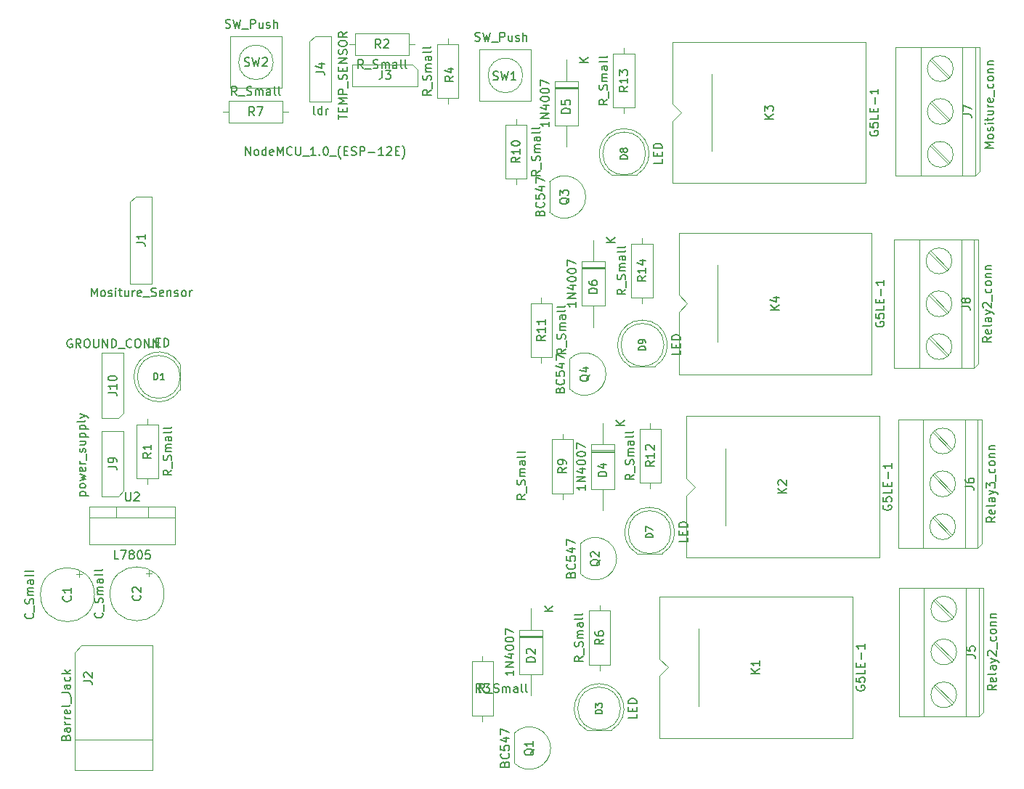
<source format=gbr>
%TF.GenerationSoftware,KiCad,Pcbnew,(5.1.12)-1*%
%TF.CreationDate,2022-03-25T13:57:00+05:30*%
%TF.ProjectId,greenhosue,67726565-6e68-46f7-9375-652e6b696361,rev?*%
%TF.SameCoordinates,Original*%
%TF.FileFunction,AssemblyDrawing,Top*%
%FSLAX46Y46*%
G04 Gerber Fmt 4.6, Leading zero omitted, Abs format (unit mm)*
G04 Created by KiCad (PCBNEW (5.1.12)-1) date 2022-03-25 13:57:00*
%MOMM*%
%LPD*%
G01*
G04 APERTURE LIST*
%ADD10C,0.100000*%
%ADD11C,0.150000*%
%ADD12C,0.200000*%
G04 APERTURE END LIST*
D10*
%TO.C,K1*%
X133876800Y-107319200D02*
X133876800Y-98319200D01*
X129326800Y-103819200D02*
X130326800Y-102819200D01*
X129326800Y-111069200D02*
X129326800Y-103819200D01*
X151826800Y-111069200D02*
X129326800Y-111069200D01*
X151826800Y-94569200D02*
X151826800Y-111069200D01*
X129326800Y-94569200D02*
X151826800Y-94569200D01*
X129326800Y-101819200D02*
X129326800Y-94569200D01*
X130326800Y-102819200D02*
X129326800Y-101819200D01*
%TO.C,R4*%
X104673400Y-37084000D02*
X104673400Y-36424000D01*
X104673400Y-29464000D02*
X104673400Y-30124000D01*
X105923400Y-36424000D02*
X105923400Y-30124000D01*
X103423400Y-36424000D02*
X105923400Y-36424000D01*
X103423400Y-30124000D02*
X103423400Y-36424000D01*
X105923400Y-30124000D02*
X103423400Y-30124000D01*
%TO.C,SW1*%
X113395764Y-33767200D02*
G75*
G03*
X113395764Y-33767200I-2015564J0D01*
G01*
X114380200Y-36767200D02*
X111380200Y-36767200D01*
X114380200Y-30767200D02*
X114380200Y-36767200D01*
X108380200Y-30767200D02*
X114380200Y-30767200D01*
X108380200Y-36767200D02*
X108380200Y-30767200D01*
X111380200Y-36767200D02*
X108380200Y-36767200D01*
%TO.C,SW2*%
X84312764Y-32243200D02*
G75*
G03*
X84312764Y-32243200I-2015564J0D01*
G01*
X85297200Y-35243200D02*
X82297200Y-35243200D01*
X85297200Y-29243200D02*
X85297200Y-35243200D01*
X79297200Y-29243200D02*
X85297200Y-29243200D01*
X79297200Y-35243200D02*
X79297200Y-29243200D01*
X82297200Y-35243200D02*
X79297200Y-35243200D01*
%TO.C,R7*%
X78460600Y-37998400D02*
X79120600Y-37998400D01*
X86080600Y-37998400D02*
X85420600Y-37998400D01*
X79120600Y-39248400D02*
X85420600Y-39248400D01*
X79120600Y-36748400D02*
X79120600Y-39248400D01*
X85420600Y-36748400D02*
X79120600Y-36748400D01*
X85420600Y-39248400D02*
X85420600Y-36748400D01*
%TO.C,Q4*%
X118874600Y-66865400D02*
X118874600Y-70365400D01*
X118870975Y-66851775D02*
G75*
G02*
X123104600Y-68605400I1753625J-1753625D01*
G01*
X118870975Y-70359025D02*
G75*
G03*
X123104600Y-68605400I1753625J1753625D01*
G01*
%TO.C,Q3*%
X116512400Y-46215200D02*
X116512400Y-49715200D01*
X116508775Y-46201575D02*
G75*
G02*
X120742400Y-47955200I1753625J-1753625D01*
G01*
X116508775Y-49708825D02*
G75*
G03*
X120742400Y-47955200I1753625J1753625D01*
G01*
%TO.C,Q2*%
X120119200Y-88404600D02*
X120119200Y-91904600D01*
X120115575Y-88390975D02*
G75*
G02*
X124349200Y-90144600I1753625J-1753625D01*
G01*
X120115575Y-91898225D02*
G75*
G03*
X124349200Y-90144600I1753625J1753625D01*
G01*
%TO.C,Q1*%
X112423000Y-110502600D02*
X112423000Y-114002600D01*
X112419375Y-110488975D02*
G75*
G02*
X116653000Y-112242600I1753625J-1753625D01*
G01*
X112419375Y-113996225D02*
G75*
G03*
X116653000Y-112242600I1753625J1753625D01*
G01*
%TO.C,U2*%
X69718800Y-84073600D02*
X69718800Y-85343600D01*
X66018800Y-84073600D02*
X66018800Y-85343600D01*
X62868800Y-85343600D02*
X72868800Y-85343600D01*
X72868800Y-84073600D02*
X62868800Y-84073600D01*
X72868800Y-88473600D02*
X72868800Y-84073600D01*
X62868800Y-88473600D02*
X72868800Y-88473600D01*
X62868800Y-84073600D02*
X62868800Y-88473600D01*
%TO.C,R14*%
X127304800Y-60350400D02*
X127304800Y-59690400D01*
X127304800Y-52730400D02*
X127304800Y-53390400D01*
X128554800Y-59690400D02*
X128554800Y-53390400D01*
X126054800Y-59690400D02*
X128554800Y-59690400D01*
X126054800Y-53390400D02*
X126054800Y-59690400D01*
X128554800Y-53390400D02*
X126054800Y-53390400D01*
%TO.C,R13*%
X125196600Y-38201600D02*
X125196600Y-37541600D01*
X125196600Y-30581600D02*
X125196600Y-31241600D01*
X126446600Y-37541600D02*
X126446600Y-31241600D01*
X123946600Y-37541600D02*
X126446600Y-37541600D01*
X123946600Y-31241600D02*
X123946600Y-37541600D01*
X126446600Y-31241600D02*
X123946600Y-31241600D01*
%TO.C,R12*%
X128270000Y-81940400D02*
X128270000Y-81280400D01*
X128270000Y-74320400D02*
X128270000Y-74980400D01*
X129520000Y-81280400D02*
X129520000Y-74980400D01*
X127020000Y-81280400D02*
X129520000Y-81280400D01*
X127020000Y-74980400D02*
X127020000Y-81280400D01*
X129520000Y-74980400D02*
X127020000Y-74980400D01*
%TO.C,R11*%
X115570000Y-59664600D02*
X115570000Y-60324600D01*
X115570000Y-67284600D02*
X115570000Y-66624600D01*
X114320000Y-60324600D02*
X114320000Y-66624600D01*
X116820000Y-60324600D02*
X114320000Y-60324600D01*
X116820000Y-66624600D02*
X116820000Y-60324600D01*
X114320000Y-66624600D02*
X116820000Y-66624600D01*
%TO.C,R10*%
X112623600Y-38862000D02*
X112623600Y-39522000D01*
X112623600Y-46482000D02*
X112623600Y-45822000D01*
X111373600Y-39522000D02*
X111373600Y-45822000D01*
X113873600Y-39522000D02*
X111373600Y-39522000D01*
X113873600Y-45822000D02*
X113873600Y-39522000D01*
X111373600Y-45822000D02*
X113873600Y-45822000D01*
%TO.C,R9*%
X118033800Y-75565000D02*
X118033800Y-76225000D01*
X118033800Y-83185000D02*
X118033800Y-82525000D01*
X116783800Y-76225000D02*
X116783800Y-82525000D01*
X119283800Y-76225000D02*
X116783800Y-76225000D01*
X119283800Y-82525000D02*
X119283800Y-76225000D01*
X116783800Y-82525000D02*
X119283800Y-82525000D01*
%TO.C,R6*%
X122351800Y-103174800D02*
X122351800Y-102514800D01*
X122351800Y-95554800D02*
X122351800Y-96214800D01*
X123601800Y-102514800D02*
X123601800Y-96214800D01*
X121101800Y-102514800D02*
X123601800Y-102514800D01*
X121101800Y-96214800D02*
X121101800Y-102514800D01*
X123601800Y-96214800D02*
X121101800Y-96214800D01*
%TO.C,R3*%
X108712000Y-101473000D02*
X108712000Y-102133000D01*
X108712000Y-109093000D02*
X108712000Y-108433000D01*
X107462000Y-102133000D02*
X107462000Y-108433000D01*
X109962000Y-102133000D02*
X107462000Y-102133000D01*
X109962000Y-108433000D02*
X109962000Y-102133000D01*
X107462000Y-108433000D02*
X109962000Y-108433000D01*
%TO.C,R2*%
X100812600Y-30124400D02*
X100152600Y-30124400D01*
X93192600Y-30124400D02*
X93852600Y-30124400D01*
X100152600Y-28874400D02*
X93852600Y-28874400D01*
X100152600Y-31374400D02*
X100152600Y-28874400D01*
X93852600Y-31374400D02*
X100152600Y-31374400D01*
X93852600Y-28874400D02*
X93852600Y-31374400D01*
%TO.C,R1*%
X69646800Y-73812400D02*
X69646800Y-74472400D01*
X69646800Y-81432400D02*
X69646800Y-80772400D01*
X68396800Y-74472400D02*
X68396800Y-80772400D01*
X70896800Y-74472400D02*
X68396800Y-74472400D01*
X70896800Y-80772400D02*
X70896800Y-74472400D01*
X68396800Y-80772400D02*
X70896800Y-80772400D01*
%TO.C,J10*%
X66878200Y-73126600D02*
X66243200Y-73761600D01*
X66878200Y-66141600D02*
X66878200Y-73126600D01*
X64338200Y-66141600D02*
X66878200Y-66141600D01*
X64338200Y-73761600D02*
X64338200Y-66141600D01*
X66243200Y-73761600D02*
X64338200Y-73761600D01*
%TO.C,J9*%
X66878200Y-82219800D02*
X66243200Y-82854800D01*
X66878200Y-75234800D02*
X66878200Y-82219800D01*
X64338200Y-75234800D02*
X66878200Y-75234800D01*
X64338200Y-82854800D02*
X64338200Y-75234800D01*
X66243200Y-82854800D02*
X64338200Y-82854800D01*
%TO.C,J8*%
X160787000Y-54450000D02*
X162880000Y-56542000D01*
X160970000Y-54267000D02*
X163063000Y-56359000D01*
X160787000Y-59450000D02*
X162880000Y-61542000D01*
X160970000Y-59267000D02*
X163063000Y-61359000D01*
X160787000Y-64450000D02*
X162880000Y-66543000D01*
X160970000Y-64267000D02*
X163063000Y-66360000D01*
X159625000Y-67905000D02*
X159625000Y-52905000D01*
X164525000Y-67905000D02*
X164525000Y-52905000D01*
X166025000Y-67905000D02*
X166025000Y-52905000D01*
X166025000Y-67905000D02*
X156725000Y-67905000D01*
X166525000Y-67405000D02*
X166025000Y-67905000D01*
X166525000Y-52905000D02*
X166525000Y-67405000D01*
X156725000Y-52905000D02*
X166525000Y-52905000D01*
X156725000Y-67905000D02*
X156725000Y-52905000D01*
X163425000Y-55405000D02*
G75*
G03*
X163425000Y-55405000I-1500000J0D01*
G01*
X163425000Y-60405000D02*
G75*
G03*
X163425000Y-60405000I-1500000J0D01*
G01*
X163425000Y-65405000D02*
G75*
G03*
X163425000Y-65405000I-1500000J0D01*
G01*
%TO.C,J7*%
X160939400Y-32021800D02*
X163032400Y-34113800D01*
X161122400Y-31838800D02*
X163215400Y-33930800D01*
X160939400Y-37021800D02*
X163032400Y-39113800D01*
X161122400Y-36838800D02*
X163215400Y-38930800D01*
X160939400Y-42021800D02*
X163032400Y-44114800D01*
X161122400Y-41838800D02*
X163215400Y-43931800D01*
X159777400Y-45476800D02*
X159777400Y-30476800D01*
X164677400Y-45476800D02*
X164677400Y-30476800D01*
X166177400Y-45476800D02*
X166177400Y-30476800D01*
X166177400Y-45476800D02*
X156877400Y-45476800D01*
X166677400Y-44976800D02*
X166177400Y-45476800D01*
X166677400Y-30476800D02*
X166677400Y-44976800D01*
X156877400Y-30476800D02*
X166677400Y-30476800D01*
X156877400Y-45476800D02*
X156877400Y-30476800D01*
X163577400Y-32976800D02*
G75*
G03*
X163577400Y-32976800I-1500000J0D01*
G01*
X163577400Y-37976800D02*
G75*
G03*
X163577400Y-37976800I-1500000J0D01*
G01*
X163577400Y-42976800D02*
G75*
G03*
X163577400Y-42976800I-1500000J0D01*
G01*
%TO.C,J6*%
X161218800Y-75455800D02*
X163311800Y-77547800D01*
X161401800Y-75272800D02*
X163494800Y-77364800D01*
X161218800Y-80455800D02*
X163311800Y-82547800D01*
X161401800Y-80272800D02*
X163494800Y-82364800D01*
X161218800Y-85455800D02*
X163311800Y-87548800D01*
X161401800Y-85272800D02*
X163494800Y-87365800D01*
X160056800Y-88910800D02*
X160056800Y-73910800D01*
X164956800Y-88910800D02*
X164956800Y-73910800D01*
X166456800Y-88910800D02*
X166456800Y-73910800D01*
X166456800Y-88910800D02*
X157156800Y-88910800D01*
X166956800Y-88410800D02*
X166456800Y-88910800D01*
X166956800Y-73910800D02*
X166956800Y-88410800D01*
X157156800Y-73910800D02*
X166956800Y-73910800D01*
X157156800Y-88910800D02*
X157156800Y-73910800D01*
X163856800Y-76410800D02*
G75*
G03*
X163856800Y-76410800I-1500000J0D01*
G01*
X163856800Y-81410800D02*
G75*
G03*
X163856800Y-81410800I-1500000J0D01*
G01*
X163856800Y-86410800D02*
G75*
G03*
X163856800Y-86410800I-1500000J0D01*
G01*
%TO.C,J5*%
X161345800Y-95064600D02*
X163438800Y-97156600D01*
X161528800Y-94881600D02*
X163621800Y-96973600D01*
X161345800Y-100064600D02*
X163438800Y-102156600D01*
X161528800Y-99881600D02*
X163621800Y-101973600D01*
X161345800Y-105064600D02*
X163438800Y-107157600D01*
X161528800Y-104881600D02*
X163621800Y-106974600D01*
X160183800Y-108519600D02*
X160183800Y-93519600D01*
X165083800Y-108519600D02*
X165083800Y-93519600D01*
X166583800Y-108519600D02*
X166583800Y-93519600D01*
X166583800Y-108519600D02*
X157283800Y-108519600D01*
X167083800Y-108019600D02*
X166583800Y-108519600D01*
X167083800Y-93519600D02*
X167083800Y-108019600D01*
X157283800Y-93519600D02*
X167083800Y-93519600D01*
X157283800Y-108519600D02*
X157283800Y-93519600D01*
X163983800Y-96019600D02*
G75*
G03*
X163983800Y-96019600I-1500000J0D01*
G01*
X163983800Y-101019600D02*
G75*
G03*
X163983800Y-101019600I-1500000J0D01*
G01*
X163983800Y-106019600D02*
G75*
G03*
X163983800Y-106019600I-1500000J0D01*
G01*
%TO.C,J4*%
X88544400Y-29819600D02*
X89179400Y-29184600D01*
X88544400Y-36804600D02*
X88544400Y-29819600D01*
X91084400Y-36804600D02*
X88544400Y-36804600D01*
X91084400Y-29184600D02*
X91084400Y-36804600D01*
X89179400Y-29184600D02*
X91084400Y-29184600D01*
%TO.C,J3*%
X100507800Y-32486600D02*
X101142800Y-33121600D01*
X93522800Y-32486600D02*
X100507800Y-32486600D01*
X93522800Y-35026600D02*
X93522800Y-32486600D01*
X101142800Y-35026600D02*
X93522800Y-35026600D01*
X101142800Y-33121600D02*
X101142800Y-35026600D01*
%TO.C,J2*%
X61204375Y-101069813D02*
X61959800Y-100266600D01*
X61209800Y-111266600D02*
X70209800Y-111266600D01*
X61209800Y-114766600D02*
X70209800Y-114766600D01*
X70209800Y-114766600D02*
X70209800Y-100266600D01*
X70209800Y-100266600D02*
X61959800Y-100266600D01*
X61209800Y-101066600D02*
X61209800Y-114766600D01*
%TO.C,D9*%
X125885906Y-67701800D02*
X128825294Y-67701800D01*
X129855600Y-65201800D02*
G75*
G03*
X129855600Y-65201800I-2500000J0D01*
G01*
X128825266Y-67701816D02*
G75*
G03*
X125885906Y-67701800I-1469666J2500016D01*
G01*
%TO.C,D8*%
X123752306Y-45375200D02*
X126691694Y-45375200D01*
X127722000Y-42875200D02*
G75*
G03*
X127722000Y-42875200I-2500000J0D01*
G01*
X126691666Y-45375216D02*
G75*
G03*
X123752306Y-45375200I-1469666J2500016D01*
G01*
%TO.C,D7*%
X126724106Y-89545800D02*
X129663494Y-89545800D01*
X130693800Y-87045800D02*
G75*
G03*
X130693800Y-87045800I-2500000J0D01*
G01*
X129663466Y-89545816D02*
G75*
G03*
X126724106Y-89545800I-1469666J2500016D01*
G01*
%TO.C,D3*%
X120831306Y-110119800D02*
X123770694Y-110119800D01*
X124801000Y-107619800D02*
G75*
G03*
X124801000Y-107619800I-2500000J0D01*
G01*
X123770666Y-110119816D02*
G75*
G03*
X120831306Y-110119800I-1469666J2500016D01*
G01*
%TO.C,D1*%
X73467600Y-70405294D02*
X73467600Y-67465906D01*
X73467600Y-68935600D02*
G75*
G03*
X73467600Y-68935600I-2500000J0D01*
G01*
X73467616Y-67465934D02*
G75*
G03*
X73467600Y-70405294I-2500016J-1469666D01*
G01*
%TO.C,C2*%
X70116100Y-91860428D02*
X69486100Y-91860428D01*
X69801100Y-91545428D02*
X69801100Y-92175428D01*
X71577600Y-94239400D02*
G75*
G03*
X71577600Y-94239400I-3150000J0D01*
G01*
%TO.C,C1*%
X62013500Y-91962028D02*
X61383500Y-91962028D01*
X61698500Y-91647028D02*
X61698500Y-92277028D01*
X63475000Y-94341000D02*
G75*
G03*
X63475000Y-94341000I-3150000J0D01*
G01*
%TO.C,K4*%
X136137400Y-64875800D02*
X136137400Y-55875800D01*
X131587400Y-61375800D02*
X132587400Y-60375800D01*
X131587400Y-68625800D02*
X131587400Y-61375800D01*
X154087400Y-68625800D02*
X131587400Y-68625800D01*
X154087400Y-52125800D02*
X154087400Y-68625800D01*
X131587400Y-52125800D02*
X154087400Y-52125800D01*
X131587400Y-59375800D02*
X131587400Y-52125800D01*
X132587400Y-60375800D02*
X131587400Y-59375800D01*
%TO.C,K3*%
X135451600Y-42600000D02*
X135451600Y-33600000D01*
X130901600Y-39100000D02*
X131901600Y-38100000D01*
X130901600Y-46350000D02*
X130901600Y-39100000D01*
X153401600Y-46350000D02*
X130901600Y-46350000D01*
X153401600Y-29850000D02*
X153401600Y-46350000D01*
X130901600Y-29850000D02*
X153401600Y-29850000D01*
X130901600Y-37100000D02*
X130901600Y-29850000D01*
X131901600Y-38100000D02*
X130901600Y-37100000D01*
%TO.C,K2*%
X137001000Y-86262600D02*
X137001000Y-77262600D01*
X132451000Y-82762600D02*
X133451000Y-81762600D01*
X132451000Y-90012600D02*
X132451000Y-82762600D01*
X154951000Y-90012600D02*
X132451000Y-90012600D01*
X154951000Y-73512600D02*
X154951000Y-90012600D01*
X132451000Y-73512600D02*
X154951000Y-73512600D01*
X132451000Y-80762600D02*
X132451000Y-73512600D01*
X133451000Y-81762600D02*
X132451000Y-80762600D01*
%TO.C,J1*%
X67640200Y-48514000D02*
X68275200Y-47879000D01*
X67640200Y-58039000D02*
X67640200Y-48514000D01*
X70180200Y-58039000D02*
X67640200Y-58039000D01*
X70180200Y-47879000D02*
X70180200Y-58039000D01*
X68275200Y-47879000D02*
X70180200Y-47879000D01*
%TO.C,D6*%
X122990600Y-55451700D02*
X120290600Y-55451700D01*
X120290600Y-55451700D02*
X120290600Y-60651700D01*
X120290600Y-60651700D02*
X122990600Y-60651700D01*
X122990600Y-60651700D02*
X122990600Y-55451700D01*
X121640600Y-52971700D02*
X121640600Y-55451700D01*
X121640600Y-63131700D02*
X121640600Y-60651700D01*
X122990600Y-56231700D02*
X120290600Y-56231700D01*
X122990600Y-56331700D02*
X120290600Y-56331700D01*
X122990600Y-56131700D02*
X120290600Y-56131700D01*
%TO.C,D5*%
X119841000Y-35113200D02*
X117141000Y-35113200D01*
X119841000Y-35313200D02*
X117141000Y-35313200D01*
X119841000Y-35213200D02*
X117141000Y-35213200D01*
X118491000Y-42113200D02*
X118491000Y-39633200D01*
X118491000Y-31953200D02*
X118491000Y-34433200D01*
X119841000Y-39633200D02*
X119841000Y-34433200D01*
X117141000Y-39633200D02*
X119841000Y-39633200D01*
X117141000Y-34433200D02*
X117141000Y-39633200D01*
X119841000Y-34433200D02*
X117141000Y-34433200D01*
%TO.C,D4*%
X124082800Y-77505800D02*
X121382800Y-77505800D01*
X124082800Y-77705800D02*
X121382800Y-77705800D01*
X124082800Y-77605800D02*
X121382800Y-77605800D01*
X122732800Y-84505800D02*
X122732800Y-82025800D01*
X122732800Y-74345800D02*
X122732800Y-76825800D01*
X124082800Y-82025800D02*
X124082800Y-76825800D01*
X121382800Y-82025800D02*
X124082800Y-82025800D01*
X121382800Y-76825800D02*
X121382800Y-82025800D01*
X124082800Y-76825800D02*
X121382800Y-76825800D01*
%TO.C,D2*%
X115726200Y-99121200D02*
X113026200Y-99121200D01*
X115726200Y-99321200D02*
X113026200Y-99321200D01*
X115726200Y-99221200D02*
X113026200Y-99221200D01*
X114376200Y-106121200D02*
X114376200Y-103641200D01*
X114376200Y-95961200D02*
X114376200Y-98441200D01*
X115726200Y-103641200D02*
X115726200Y-98441200D01*
X113026200Y-103641200D02*
X115726200Y-103641200D01*
X113026200Y-98441200D02*
X113026200Y-103641200D01*
X115726200Y-98441200D02*
X113026200Y-98441200D01*
%TD*%
%TO.C,K1*%
D11*
X152326800Y-104985866D02*
X152279180Y-105081104D01*
X152279180Y-105223961D01*
X152326800Y-105366819D01*
X152422038Y-105462057D01*
X152517276Y-105509676D01*
X152707752Y-105557295D01*
X152850609Y-105557295D01*
X153041085Y-105509676D01*
X153136323Y-105462057D01*
X153231561Y-105366819D01*
X153279180Y-105223961D01*
X153279180Y-105128723D01*
X153231561Y-104985866D01*
X153183942Y-104938247D01*
X152850609Y-104938247D01*
X152850609Y-105128723D01*
X152279180Y-104033485D02*
X152279180Y-104509676D01*
X152755371Y-104557295D01*
X152707752Y-104509676D01*
X152660133Y-104414438D01*
X152660133Y-104176342D01*
X152707752Y-104081104D01*
X152755371Y-104033485D01*
X152850609Y-103985866D01*
X153088704Y-103985866D01*
X153183942Y-104033485D01*
X153231561Y-104081104D01*
X153279180Y-104176342D01*
X153279180Y-104414438D01*
X153231561Y-104509676D01*
X153183942Y-104557295D01*
X153279180Y-103081104D02*
X153279180Y-103557295D01*
X152279180Y-103557295D01*
X152755371Y-102747771D02*
X152755371Y-102414438D01*
X153279180Y-102271580D02*
X153279180Y-102747771D01*
X152279180Y-102747771D01*
X152279180Y-102271580D01*
X152898228Y-101843009D02*
X152898228Y-101081104D01*
X153279180Y-100081104D02*
X153279180Y-100652533D01*
X153279180Y-100366819D02*
X152279180Y-100366819D01*
X152422038Y-100462057D01*
X152517276Y-100557295D01*
X152564895Y-100652533D01*
X141029180Y-103557295D02*
X140029180Y-103557295D01*
X141029180Y-102985866D02*
X140457752Y-103414438D01*
X140029180Y-102985866D02*
X140600609Y-103557295D01*
X141029180Y-102033485D02*
X141029180Y-102604914D01*
X141029180Y-102319200D02*
X140029180Y-102319200D01*
X140172038Y-102414438D01*
X140267276Y-102509676D01*
X140314895Y-102604914D01*
%TO.C,R4*%
X102755780Y-35464476D02*
X102279590Y-35797809D01*
X102755780Y-36035904D02*
X101755780Y-36035904D01*
X101755780Y-35654952D01*
X101803400Y-35559714D01*
X101851019Y-35512095D01*
X101946257Y-35464476D01*
X102089114Y-35464476D01*
X102184352Y-35512095D01*
X102231971Y-35559714D01*
X102279590Y-35654952D01*
X102279590Y-36035904D01*
X102851019Y-35274000D02*
X102851019Y-34512095D01*
X102708161Y-34321619D02*
X102755780Y-34178761D01*
X102755780Y-33940666D01*
X102708161Y-33845428D01*
X102660542Y-33797809D01*
X102565304Y-33750190D01*
X102470066Y-33750190D01*
X102374828Y-33797809D01*
X102327209Y-33845428D01*
X102279590Y-33940666D01*
X102231971Y-34131142D01*
X102184352Y-34226380D01*
X102136733Y-34274000D01*
X102041495Y-34321619D01*
X101946257Y-34321619D01*
X101851019Y-34274000D01*
X101803400Y-34226380D01*
X101755780Y-34131142D01*
X101755780Y-33893047D01*
X101803400Y-33750190D01*
X102755780Y-33321619D02*
X102089114Y-33321619D01*
X102184352Y-33321619D02*
X102136733Y-33274000D01*
X102089114Y-33178761D01*
X102089114Y-33035904D01*
X102136733Y-32940666D01*
X102231971Y-32893047D01*
X102755780Y-32893047D01*
X102231971Y-32893047D02*
X102136733Y-32845428D01*
X102089114Y-32750190D01*
X102089114Y-32607333D01*
X102136733Y-32512095D01*
X102231971Y-32464476D01*
X102755780Y-32464476D01*
X102755780Y-31559714D02*
X102231971Y-31559714D01*
X102136733Y-31607333D01*
X102089114Y-31702571D01*
X102089114Y-31893047D01*
X102136733Y-31988285D01*
X102708161Y-31559714D02*
X102755780Y-31654952D01*
X102755780Y-31893047D01*
X102708161Y-31988285D01*
X102612923Y-32035904D01*
X102517685Y-32035904D01*
X102422447Y-31988285D01*
X102374828Y-31893047D01*
X102374828Y-31654952D01*
X102327209Y-31559714D01*
X102755780Y-30940666D02*
X102708161Y-31035904D01*
X102612923Y-31083523D01*
X101755780Y-31083523D01*
X102755780Y-30416857D02*
X102708161Y-30512095D01*
X102612923Y-30559714D01*
X101755780Y-30559714D01*
X105328980Y-33847066D02*
X104852790Y-34180400D01*
X105328980Y-34418495D02*
X104328980Y-34418495D01*
X104328980Y-34037542D01*
X104376600Y-33942304D01*
X104424219Y-33894685D01*
X104519457Y-33847066D01*
X104662314Y-33847066D01*
X104757552Y-33894685D01*
X104805171Y-33942304D01*
X104852790Y-34037542D01*
X104852790Y-34418495D01*
X104662314Y-32989923D02*
X105328980Y-32989923D01*
X104281361Y-33228019D02*
X104995647Y-33466114D01*
X104995647Y-32847066D01*
%TO.C,SW1*%
X107832580Y-29721961D02*
X107975438Y-29769580D01*
X108213533Y-29769580D01*
X108308771Y-29721961D01*
X108356390Y-29674342D01*
X108404009Y-29579104D01*
X108404009Y-29483866D01*
X108356390Y-29388628D01*
X108308771Y-29341009D01*
X108213533Y-29293390D01*
X108023057Y-29245771D01*
X107927819Y-29198152D01*
X107880200Y-29150533D01*
X107832580Y-29055295D01*
X107832580Y-28960057D01*
X107880200Y-28864819D01*
X107927819Y-28817200D01*
X108023057Y-28769580D01*
X108261152Y-28769580D01*
X108404009Y-28817200D01*
X108737342Y-28769580D02*
X108975438Y-29769580D01*
X109165914Y-29055295D01*
X109356390Y-29769580D01*
X109594485Y-28769580D01*
X109737342Y-29864819D02*
X110499247Y-29864819D01*
X110737342Y-29769580D02*
X110737342Y-28769580D01*
X111118295Y-28769580D01*
X111213533Y-28817200D01*
X111261152Y-28864819D01*
X111308771Y-28960057D01*
X111308771Y-29102914D01*
X111261152Y-29198152D01*
X111213533Y-29245771D01*
X111118295Y-29293390D01*
X110737342Y-29293390D01*
X112165914Y-29102914D02*
X112165914Y-29769580D01*
X111737342Y-29102914D02*
X111737342Y-29626723D01*
X111784961Y-29721961D01*
X111880200Y-29769580D01*
X112023057Y-29769580D01*
X112118295Y-29721961D01*
X112165914Y-29674342D01*
X112594485Y-29721961D02*
X112689723Y-29769580D01*
X112880200Y-29769580D01*
X112975438Y-29721961D01*
X113023057Y-29626723D01*
X113023057Y-29579104D01*
X112975438Y-29483866D01*
X112880200Y-29436247D01*
X112737342Y-29436247D01*
X112642104Y-29388628D01*
X112594485Y-29293390D01*
X112594485Y-29245771D01*
X112642104Y-29150533D01*
X112737342Y-29102914D01*
X112880200Y-29102914D01*
X112975438Y-29150533D01*
X113451628Y-29769580D02*
X113451628Y-28769580D01*
X113880200Y-29769580D02*
X113880200Y-29245771D01*
X113832580Y-29150533D01*
X113737342Y-29102914D01*
X113594485Y-29102914D01*
X113499247Y-29150533D01*
X113451628Y-29198152D01*
X109945867Y-34265762D02*
X110088724Y-34313381D01*
X110326820Y-34313381D01*
X110422058Y-34265762D01*
X110469677Y-34218143D01*
X110517296Y-34122905D01*
X110517296Y-34027667D01*
X110469677Y-33932429D01*
X110422058Y-33884810D01*
X110326820Y-33837191D01*
X110136343Y-33789572D01*
X110041105Y-33741953D01*
X109993486Y-33694334D01*
X109945867Y-33599096D01*
X109945867Y-33503858D01*
X109993486Y-33408620D01*
X110041105Y-33361001D01*
X110136343Y-33313381D01*
X110374439Y-33313381D01*
X110517296Y-33361001D01*
X110850629Y-33313381D02*
X111088724Y-34313381D01*
X111279201Y-33599096D01*
X111469677Y-34313381D01*
X111707772Y-33313381D01*
X112612534Y-34313381D02*
X112041105Y-34313381D01*
X112326820Y-34313381D02*
X112326820Y-33313381D01*
X112231581Y-33456239D01*
X112136343Y-33551477D01*
X112041105Y-33599096D01*
%TO.C,SW2*%
X78749580Y-28197961D02*
X78892438Y-28245580D01*
X79130533Y-28245580D01*
X79225771Y-28197961D01*
X79273390Y-28150342D01*
X79321009Y-28055104D01*
X79321009Y-27959866D01*
X79273390Y-27864628D01*
X79225771Y-27817009D01*
X79130533Y-27769390D01*
X78940057Y-27721771D01*
X78844819Y-27674152D01*
X78797200Y-27626533D01*
X78749580Y-27531295D01*
X78749580Y-27436057D01*
X78797200Y-27340819D01*
X78844819Y-27293200D01*
X78940057Y-27245580D01*
X79178152Y-27245580D01*
X79321009Y-27293200D01*
X79654342Y-27245580D02*
X79892438Y-28245580D01*
X80082914Y-27531295D01*
X80273390Y-28245580D01*
X80511485Y-27245580D01*
X80654342Y-28340819D02*
X81416247Y-28340819D01*
X81654342Y-28245580D02*
X81654342Y-27245580D01*
X82035295Y-27245580D01*
X82130533Y-27293200D01*
X82178152Y-27340819D01*
X82225771Y-27436057D01*
X82225771Y-27578914D01*
X82178152Y-27674152D01*
X82130533Y-27721771D01*
X82035295Y-27769390D01*
X81654342Y-27769390D01*
X83082914Y-27578914D02*
X83082914Y-28245580D01*
X82654342Y-27578914D02*
X82654342Y-28102723D01*
X82701961Y-28197961D01*
X82797200Y-28245580D01*
X82940057Y-28245580D01*
X83035295Y-28197961D01*
X83082914Y-28150342D01*
X83511485Y-28197961D02*
X83606723Y-28245580D01*
X83797200Y-28245580D01*
X83892438Y-28197961D01*
X83940057Y-28102723D01*
X83940057Y-28055104D01*
X83892438Y-27959866D01*
X83797200Y-27912247D01*
X83654342Y-27912247D01*
X83559104Y-27864628D01*
X83511485Y-27769390D01*
X83511485Y-27721771D01*
X83559104Y-27626533D01*
X83654342Y-27578914D01*
X83797200Y-27578914D01*
X83892438Y-27626533D01*
X84368628Y-28245580D02*
X84368628Y-27245580D01*
X84797200Y-28245580D02*
X84797200Y-27721771D01*
X84749580Y-27626533D01*
X84654342Y-27578914D01*
X84511485Y-27578914D01*
X84416247Y-27626533D01*
X84368628Y-27674152D01*
X80963866Y-32647961D02*
X81106723Y-32695580D01*
X81344819Y-32695580D01*
X81440057Y-32647961D01*
X81487676Y-32600342D01*
X81535295Y-32505104D01*
X81535295Y-32409866D01*
X81487676Y-32314628D01*
X81440057Y-32267009D01*
X81344819Y-32219390D01*
X81154342Y-32171771D01*
X81059104Y-32124152D01*
X81011485Y-32076533D01*
X80963866Y-31981295D01*
X80963866Y-31886057D01*
X81011485Y-31790819D01*
X81059104Y-31743200D01*
X81154342Y-31695580D01*
X81392438Y-31695580D01*
X81535295Y-31743200D01*
X81868628Y-31695580D02*
X82106723Y-32695580D01*
X82297200Y-31981295D01*
X82487676Y-32695580D01*
X82725771Y-31695580D01*
X83059104Y-31790819D02*
X83106723Y-31743200D01*
X83201961Y-31695580D01*
X83440057Y-31695580D01*
X83535295Y-31743200D01*
X83582914Y-31790819D01*
X83630533Y-31886057D01*
X83630533Y-31981295D01*
X83582914Y-32124152D01*
X83011485Y-32695580D01*
X83630533Y-32695580D01*
%TO.C,R7*%
X80080123Y-36080780D02*
X79746790Y-35604590D01*
X79508695Y-36080780D02*
X79508695Y-35080780D01*
X79889647Y-35080780D01*
X79984885Y-35128400D01*
X80032504Y-35176019D01*
X80080123Y-35271257D01*
X80080123Y-35414114D01*
X80032504Y-35509352D01*
X79984885Y-35556971D01*
X79889647Y-35604590D01*
X79508695Y-35604590D01*
X80270600Y-36176019D02*
X81032504Y-36176019D01*
X81222980Y-36033161D02*
X81365838Y-36080780D01*
X81603933Y-36080780D01*
X81699171Y-36033161D01*
X81746790Y-35985542D01*
X81794409Y-35890304D01*
X81794409Y-35795066D01*
X81746790Y-35699828D01*
X81699171Y-35652209D01*
X81603933Y-35604590D01*
X81413457Y-35556971D01*
X81318219Y-35509352D01*
X81270600Y-35461733D01*
X81222980Y-35366495D01*
X81222980Y-35271257D01*
X81270600Y-35176019D01*
X81318219Y-35128400D01*
X81413457Y-35080780D01*
X81651552Y-35080780D01*
X81794409Y-35128400D01*
X82222980Y-36080780D02*
X82222980Y-35414114D01*
X82222980Y-35509352D02*
X82270600Y-35461733D01*
X82365838Y-35414114D01*
X82508695Y-35414114D01*
X82603933Y-35461733D01*
X82651552Y-35556971D01*
X82651552Y-36080780D01*
X82651552Y-35556971D02*
X82699171Y-35461733D01*
X82794409Y-35414114D01*
X82937266Y-35414114D01*
X83032504Y-35461733D01*
X83080123Y-35556971D01*
X83080123Y-36080780D01*
X83984885Y-36080780D02*
X83984885Y-35556971D01*
X83937266Y-35461733D01*
X83842028Y-35414114D01*
X83651552Y-35414114D01*
X83556314Y-35461733D01*
X83984885Y-36033161D02*
X83889647Y-36080780D01*
X83651552Y-36080780D01*
X83556314Y-36033161D01*
X83508695Y-35937923D01*
X83508695Y-35842685D01*
X83556314Y-35747447D01*
X83651552Y-35699828D01*
X83889647Y-35699828D01*
X83984885Y-35652209D01*
X84603933Y-36080780D02*
X84508695Y-36033161D01*
X84461076Y-35937923D01*
X84461076Y-35080780D01*
X85127742Y-36080780D02*
X85032504Y-36033161D01*
X84984885Y-35937923D01*
X84984885Y-35080780D01*
X82103933Y-38450780D02*
X81770600Y-37974590D01*
X81532504Y-38450780D02*
X81532504Y-37450780D01*
X81913457Y-37450780D01*
X82008695Y-37498400D01*
X82056314Y-37546019D01*
X82103933Y-37641257D01*
X82103933Y-37784114D01*
X82056314Y-37879352D01*
X82008695Y-37926971D01*
X81913457Y-37974590D01*
X81532504Y-37974590D01*
X82437266Y-37450780D02*
X83103933Y-37450780D01*
X82675361Y-38450780D01*
%TO.C,U1*%
X81087485Y-43098980D02*
X81087485Y-42098980D01*
X81658914Y-43098980D01*
X81658914Y-42098980D01*
X82277961Y-43098980D02*
X82182723Y-43051361D01*
X82135104Y-43003742D01*
X82087485Y-42908504D01*
X82087485Y-42622790D01*
X82135104Y-42527552D01*
X82182723Y-42479933D01*
X82277961Y-42432314D01*
X82420819Y-42432314D01*
X82516057Y-42479933D01*
X82563676Y-42527552D01*
X82611295Y-42622790D01*
X82611295Y-42908504D01*
X82563676Y-43003742D01*
X82516057Y-43051361D01*
X82420819Y-43098980D01*
X82277961Y-43098980D01*
X83468438Y-43098980D02*
X83468438Y-42098980D01*
X83468438Y-43051361D02*
X83373200Y-43098980D01*
X83182723Y-43098980D01*
X83087485Y-43051361D01*
X83039866Y-43003742D01*
X82992247Y-42908504D01*
X82992247Y-42622790D01*
X83039866Y-42527552D01*
X83087485Y-42479933D01*
X83182723Y-42432314D01*
X83373200Y-42432314D01*
X83468438Y-42479933D01*
X84325580Y-43051361D02*
X84230342Y-43098980D01*
X84039866Y-43098980D01*
X83944628Y-43051361D01*
X83897009Y-42956123D01*
X83897009Y-42575171D01*
X83944628Y-42479933D01*
X84039866Y-42432314D01*
X84230342Y-42432314D01*
X84325580Y-42479933D01*
X84373200Y-42575171D01*
X84373200Y-42670409D01*
X83897009Y-42765647D01*
X84801771Y-43098980D02*
X84801771Y-42098980D01*
X85135104Y-42813266D01*
X85468438Y-42098980D01*
X85468438Y-43098980D01*
X86516057Y-43003742D02*
X86468438Y-43051361D01*
X86325580Y-43098980D01*
X86230342Y-43098980D01*
X86087485Y-43051361D01*
X85992247Y-42956123D01*
X85944628Y-42860885D01*
X85897009Y-42670409D01*
X85897009Y-42527552D01*
X85944628Y-42337076D01*
X85992247Y-42241838D01*
X86087485Y-42146600D01*
X86230342Y-42098980D01*
X86325580Y-42098980D01*
X86468438Y-42146600D01*
X86516057Y-42194219D01*
X86944628Y-42098980D02*
X86944628Y-42908504D01*
X86992247Y-43003742D01*
X87039866Y-43051361D01*
X87135104Y-43098980D01*
X87325580Y-43098980D01*
X87420819Y-43051361D01*
X87468438Y-43003742D01*
X87516057Y-42908504D01*
X87516057Y-42098980D01*
X87754152Y-43194219D02*
X88516057Y-43194219D01*
X89277961Y-43098980D02*
X88706533Y-43098980D01*
X88992247Y-43098980D02*
X88992247Y-42098980D01*
X88897009Y-42241838D01*
X88801771Y-42337076D01*
X88706533Y-42384695D01*
X89706533Y-43003742D02*
X89754152Y-43051361D01*
X89706533Y-43098980D01*
X89658914Y-43051361D01*
X89706533Y-43003742D01*
X89706533Y-43098980D01*
X90373200Y-42098980D02*
X90468438Y-42098980D01*
X90563676Y-42146600D01*
X90611295Y-42194219D01*
X90658914Y-42289457D01*
X90706533Y-42479933D01*
X90706533Y-42718028D01*
X90658914Y-42908504D01*
X90611295Y-43003742D01*
X90563676Y-43051361D01*
X90468438Y-43098980D01*
X90373200Y-43098980D01*
X90277961Y-43051361D01*
X90230342Y-43003742D01*
X90182723Y-42908504D01*
X90135104Y-42718028D01*
X90135104Y-42479933D01*
X90182723Y-42289457D01*
X90230342Y-42194219D01*
X90277961Y-42146600D01*
X90373200Y-42098980D01*
X90897009Y-43194219D02*
X91658914Y-43194219D01*
X92182723Y-43479933D02*
X92135104Y-43432314D01*
X92039866Y-43289457D01*
X91992247Y-43194219D01*
X91944628Y-43051361D01*
X91897009Y-42813266D01*
X91897009Y-42622790D01*
X91944628Y-42384695D01*
X91992247Y-42241838D01*
X92039866Y-42146600D01*
X92135104Y-42003742D01*
X92182723Y-41956123D01*
X92563676Y-42575171D02*
X92897009Y-42575171D01*
X93039866Y-43098980D02*
X92563676Y-43098980D01*
X92563676Y-42098980D01*
X93039866Y-42098980D01*
X93420819Y-43051361D02*
X93563676Y-43098980D01*
X93801771Y-43098980D01*
X93897009Y-43051361D01*
X93944628Y-43003742D01*
X93992247Y-42908504D01*
X93992247Y-42813266D01*
X93944628Y-42718028D01*
X93897009Y-42670409D01*
X93801771Y-42622790D01*
X93611295Y-42575171D01*
X93516057Y-42527552D01*
X93468438Y-42479933D01*
X93420819Y-42384695D01*
X93420819Y-42289457D01*
X93468438Y-42194219D01*
X93516057Y-42146600D01*
X93611295Y-42098980D01*
X93849390Y-42098980D01*
X93992247Y-42146600D01*
X94420819Y-43098980D02*
X94420819Y-42098980D01*
X94801771Y-42098980D01*
X94897009Y-42146600D01*
X94944628Y-42194219D01*
X94992247Y-42289457D01*
X94992247Y-42432314D01*
X94944628Y-42527552D01*
X94897009Y-42575171D01*
X94801771Y-42622790D01*
X94420819Y-42622790D01*
X95420819Y-42718028D02*
X96182723Y-42718028D01*
X97182723Y-43098980D02*
X96611295Y-43098980D01*
X96897009Y-43098980D02*
X96897009Y-42098980D01*
X96801771Y-42241838D01*
X96706533Y-42337076D01*
X96611295Y-42384695D01*
X97563676Y-42194219D02*
X97611295Y-42146600D01*
X97706533Y-42098980D01*
X97944628Y-42098980D01*
X98039866Y-42146600D01*
X98087485Y-42194219D01*
X98135104Y-42289457D01*
X98135104Y-42384695D01*
X98087485Y-42527552D01*
X97516057Y-43098980D01*
X98135104Y-43098980D01*
X98563676Y-42575171D02*
X98897009Y-42575171D01*
X99039866Y-43098980D02*
X98563676Y-43098980D01*
X98563676Y-42098980D01*
X99039866Y-42098980D01*
X99373200Y-43479933D02*
X99420819Y-43432314D01*
X99516057Y-43289457D01*
X99563676Y-43194219D01*
X99611295Y-43051361D01*
X99658914Y-42813266D01*
X99658914Y-42622790D01*
X99611295Y-42384695D01*
X99563676Y-42241838D01*
X99516057Y-42146600D01*
X99420819Y-42003742D01*
X99373200Y-41956123D01*
%TO.C,Q4*%
X117763171Y-70462542D02*
X117810790Y-70319685D01*
X117858409Y-70272066D01*
X117953647Y-70224447D01*
X118096504Y-70224447D01*
X118191742Y-70272066D01*
X118239361Y-70319685D01*
X118286980Y-70414923D01*
X118286980Y-70795876D01*
X117286980Y-70795876D01*
X117286980Y-70462542D01*
X117334600Y-70367304D01*
X117382219Y-70319685D01*
X117477457Y-70272066D01*
X117572695Y-70272066D01*
X117667933Y-70319685D01*
X117715552Y-70367304D01*
X117763171Y-70462542D01*
X117763171Y-70795876D01*
X118191742Y-69224447D02*
X118239361Y-69272066D01*
X118286980Y-69414923D01*
X118286980Y-69510161D01*
X118239361Y-69653019D01*
X118144123Y-69748257D01*
X118048885Y-69795876D01*
X117858409Y-69843495D01*
X117715552Y-69843495D01*
X117525076Y-69795876D01*
X117429838Y-69748257D01*
X117334600Y-69653019D01*
X117286980Y-69510161D01*
X117286980Y-69414923D01*
X117334600Y-69272066D01*
X117382219Y-69224447D01*
X117286980Y-68319685D02*
X117286980Y-68795876D01*
X117763171Y-68843495D01*
X117715552Y-68795876D01*
X117667933Y-68700638D01*
X117667933Y-68462542D01*
X117715552Y-68367304D01*
X117763171Y-68319685D01*
X117858409Y-68272066D01*
X118096504Y-68272066D01*
X118191742Y-68319685D01*
X118239361Y-68367304D01*
X118286980Y-68462542D01*
X118286980Y-68700638D01*
X118239361Y-68795876D01*
X118191742Y-68843495D01*
X117620314Y-67414923D02*
X118286980Y-67414923D01*
X117239361Y-67653019D02*
X117953647Y-67891114D01*
X117953647Y-67272066D01*
X117286980Y-66986352D02*
X117286980Y-66319685D01*
X118286980Y-66748257D01*
X121172219Y-68700638D02*
X121124600Y-68795876D01*
X121029361Y-68891114D01*
X120886504Y-69033971D01*
X120838885Y-69129209D01*
X120838885Y-69224447D01*
X121076980Y-69176828D02*
X121029361Y-69272066D01*
X120934123Y-69367304D01*
X120743647Y-69414923D01*
X120410314Y-69414923D01*
X120219838Y-69367304D01*
X120124600Y-69272066D01*
X120076980Y-69176828D01*
X120076980Y-68986352D01*
X120124600Y-68891114D01*
X120219838Y-68795876D01*
X120410314Y-68748257D01*
X120743647Y-68748257D01*
X120934123Y-68795876D01*
X121029361Y-68891114D01*
X121076980Y-68986352D01*
X121076980Y-69176828D01*
X120410314Y-67891114D02*
X121076980Y-67891114D01*
X120029361Y-68129209D02*
X120743647Y-68367304D01*
X120743647Y-67748257D01*
%TO.C,Q3*%
X115400971Y-49812342D02*
X115448590Y-49669485D01*
X115496209Y-49621866D01*
X115591447Y-49574247D01*
X115734304Y-49574247D01*
X115829542Y-49621866D01*
X115877161Y-49669485D01*
X115924780Y-49764723D01*
X115924780Y-50145676D01*
X114924780Y-50145676D01*
X114924780Y-49812342D01*
X114972400Y-49717104D01*
X115020019Y-49669485D01*
X115115257Y-49621866D01*
X115210495Y-49621866D01*
X115305733Y-49669485D01*
X115353352Y-49717104D01*
X115400971Y-49812342D01*
X115400971Y-50145676D01*
X115829542Y-48574247D02*
X115877161Y-48621866D01*
X115924780Y-48764723D01*
X115924780Y-48859961D01*
X115877161Y-49002819D01*
X115781923Y-49098057D01*
X115686685Y-49145676D01*
X115496209Y-49193295D01*
X115353352Y-49193295D01*
X115162876Y-49145676D01*
X115067638Y-49098057D01*
X114972400Y-49002819D01*
X114924780Y-48859961D01*
X114924780Y-48764723D01*
X114972400Y-48621866D01*
X115020019Y-48574247D01*
X114924780Y-47669485D02*
X114924780Y-48145676D01*
X115400971Y-48193295D01*
X115353352Y-48145676D01*
X115305733Y-48050438D01*
X115305733Y-47812342D01*
X115353352Y-47717104D01*
X115400971Y-47669485D01*
X115496209Y-47621866D01*
X115734304Y-47621866D01*
X115829542Y-47669485D01*
X115877161Y-47717104D01*
X115924780Y-47812342D01*
X115924780Y-48050438D01*
X115877161Y-48145676D01*
X115829542Y-48193295D01*
X115258114Y-46764723D02*
X115924780Y-46764723D01*
X114877161Y-47002819D02*
X115591447Y-47240914D01*
X115591447Y-46621866D01*
X114924780Y-46336152D02*
X114924780Y-45669485D01*
X115924780Y-46098057D01*
X118810019Y-48050438D02*
X118762400Y-48145676D01*
X118667161Y-48240914D01*
X118524304Y-48383771D01*
X118476685Y-48479009D01*
X118476685Y-48574247D01*
X118714780Y-48526628D02*
X118667161Y-48621866D01*
X118571923Y-48717104D01*
X118381447Y-48764723D01*
X118048114Y-48764723D01*
X117857638Y-48717104D01*
X117762400Y-48621866D01*
X117714780Y-48526628D01*
X117714780Y-48336152D01*
X117762400Y-48240914D01*
X117857638Y-48145676D01*
X118048114Y-48098057D01*
X118381447Y-48098057D01*
X118571923Y-48145676D01*
X118667161Y-48240914D01*
X118714780Y-48336152D01*
X118714780Y-48526628D01*
X117714780Y-47764723D02*
X117714780Y-47145676D01*
X118095733Y-47479009D01*
X118095733Y-47336152D01*
X118143352Y-47240914D01*
X118190971Y-47193295D01*
X118286209Y-47145676D01*
X118524304Y-47145676D01*
X118619542Y-47193295D01*
X118667161Y-47240914D01*
X118714780Y-47336152D01*
X118714780Y-47621866D01*
X118667161Y-47717104D01*
X118619542Y-47764723D01*
%TO.C,Q2*%
X119007771Y-92001742D02*
X119055390Y-91858885D01*
X119103009Y-91811266D01*
X119198247Y-91763647D01*
X119341104Y-91763647D01*
X119436342Y-91811266D01*
X119483961Y-91858885D01*
X119531580Y-91954123D01*
X119531580Y-92335076D01*
X118531580Y-92335076D01*
X118531580Y-92001742D01*
X118579200Y-91906504D01*
X118626819Y-91858885D01*
X118722057Y-91811266D01*
X118817295Y-91811266D01*
X118912533Y-91858885D01*
X118960152Y-91906504D01*
X119007771Y-92001742D01*
X119007771Y-92335076D01*
X119436342Y-90763647D02*
X119483961Y-90811266D01*
X119531580Y-90954123D01*
X119531580Y-91049361D01*
X119483961Y-91192219D01*
X119388723Y-91287457D01*
X119293485Y-91335076D01*
X119103009Y-91382695D01*
X118960152Y-91382695D01*
X118769676Y-91335076D01*
X118674438Y-91287457D01*
X118579200Y-91192219D01*
X118531580Y-91049361D01*
X118531580Y-90954123D01*
X118579200Y-90811266D01*
X118626819Y-90763647D01*
X118531580Y-89858885D02*
X118531580Y-90335076D01*
X119007771Y-90382695D01*
X118960152Y-90335076D01*
X118912533Y-90239838D01*
X118912533Y-90001742D01*
X118960152Y-89906504D01*
X119007771Y-89858885D01*
X119103009Y-89811266D01*
X119341104Y-89811266D01*
X119436342Y-89858885D01*
X119483961Y-89906504D01*
X119531580Y-90001742D01*
X119531580Y-90239838D01*
X119483961Y-90335076D01*
X119436342Y-90382695D01*
X118864914Y-88954123D02*
X119531580Y-88954123D01*
X118483961Y-89192219D02*
X119198247Y-89430314D01*
X119198247Y-88811266D01*
X118531580Y-88525552D02*
X118531580Y-87858885D01*
X119531580Y-88287457D01*
X122416819Y-90239838D02*
X122369200Y-90335076D01*
X122273961Y-90430314D01*
X122131104Y-90573171D01*
X122083485Y-90668409D01*
X122083485Y-90763647D01*
X122321580Y-90716028D02*
X122273961Y-90811266D01*
X122178723Y-90906504D01*
X121988247Y-90954123D01*
X121654914Y-90954123D01*
X121464438Y-90906504D01*
X121369200Y-90811266D01*
X121321580Y-90716028D01*
X121321580Y-90525552D01*
X121369200Y-90430314D01*
X121464438Y-90335076D01*
X121654914Y-90287457D01*
X121988247Y-90287457D01*
X122178723Y-90335076D01*
X122273961Y-90430314D01*
X122321580Y-90525552D01*
X122321580Y-90716028D01*
X121416819Y-89906504D02*
X121369200Y-89858885D01*
X121321580Y-89763647D01*
X121321580Y-89525552D01*
X121369200Y-89430314D01*
X121416819Y-89382695D01*
X121512057Y-89335076D01*
X121607295Y-89335076D01*
X121750152Y-89382695D01*
X122321580Y-89954123D01*
X122321580Y-89335076D01*
%TO.C,Q1*%
X111311571Y-114099742D02*
X111359190Y-113956885D01*
X111406809Y-113909266D01*
X111502047Y-113861647D01*
X111644904Y-113861647D01*
X111740142Y-113909266D01*
X111787761Y-113956885D01*
X111835380Y-114052123D01*
X111835380Y-114433076D01*
X110835380Y-114433076D01*
X110835380Y-114099742D01*
X110883000Y-114004504D01*
X110930619Y-113956885D01*
X111025857Y-113909266D01*
X111121095Y-113909266D01*
X111216333Y-113956885D01*
X111263952Y-114004504D01*
X111311571Y-114099742D01*
X111311571Y-114433076D01*
X111740142Y-112861647D02*
X111787761Y-112909266D01*
X111835380Y-113052123D01*
X111835380Y-113147361D01*
X111787761Y-113290219D01*
X111692523Y-113385457D01*
X111597285Y-113433076D01*
X111406809Y-113480695D01*
X111263952Y-113480695D01*
X111073476Y-113433076D01*
X110978238Y-113385457D01*
X110883000Y-113290219D01*
X110835380Y-113147361D01*
X110835380Y-113052123D01*
X110883000Y-112909266D01*
X110930619Y-112861647D01*
X110835380Y-111956885D02*
X110835380Y-112433076D01*
X111311571Y-112480695D01*
X111263952Y-112433076D01*
X111216333Y-112337838D01*
X111216333Y-112099742D01*
X111263952Y-112004504D01*
X111311571Y-111956885D01*
X111406809Y-111909266D01*
X111644904Y-111909266D01*
X111740142Y-111956885D01*
X111787761Y-112004504D01*
X111835380Y-112099742D01*
X111835380Y-112337838D01*
X111787761Y-112433076D01*
X111740142Y-112480695D01*
X111168714Y-111052123D02*
X111835380Y-111052123D01*
X110787761Y-111290219D02*
X111502047Y-111528314D01*
X111502047Y-110909266D01*
X110835380Y-110623552D02*
X110835380Y-109956885D01*
X111835380Y-110385457D01*
X114720619Y-112337838D02*
X114673000Y-112433076D01*
X114577761Y-112528314D01*
X114434904Y-112671171D01*
X114387285Y-112766409D01*
X114387285Y-112861647D01*
X114625380Y-112814028D02*
X114577761Y-112909266D01*
X114482523Y-113004504D01*
X114292047Y-113052123D01*
X113958714Y-113052123D01*
X113768238Y-113004504D01*
X113673000Y-112909266D01*
X113625380Y-112814028D01*
X113625380Y-112623552D01*
X113673000Y-112528314D01*
X113768238Y-112433076D01*
X113958714Y-112385457D01*
X114292047Y-112385457D01*
X114482523Y-112433076D01*
X114577761Y-112528314D01*
X114625380Y-112623552D01*
X114625380Y-112814028D01*
X114625380Y-111433076D02*
X114625380Y-112004504D01*
X114625380Y-111718790D02*
X113625380Y-111718790D01*
X113768238Y-111814028D01*
X113863476Y-111909266D01*
X113911095Y-112004504D01*
%TO.C,U2*%
X66273561Y-90175980D02*
X65797371Y-90175980D01*
X65797371Y-89175980D01*
X66511657Y-89175980D02*
X67178323Y-89175980D01*
X66749752Y-90175980D01*
X67702133Y-89604552D02*
X67606895Y-89556933D01*
X67559276Y-89509314D01*
X67511657Y-89414076D01*
X67511657Y-89366457D01*
X67559276Y-89271219D01*
X67606895Y-89223600D01*
X67702133Y-89175980D01*
X67892609Y-89175980D01*
X67987847Y-89223600D01*
X68035466Y-89271219D01*
X68083085Y-89366457D01*
X68083085Y-89414076D01*
X68035466Y-89509314D01*
X67987847Y-89556933D01*
X67892609Y-89604552D01*
X67702133Y-89604552D01*
X67606895Y-89652171D01*
X67559276Y-89699790D01*
X67511657Y-89795028D01*
X67511657Y-89985504D01*
X67559276Y-90080742D01*
X67606895Y-90128361D01*
X67702133Y-90175980D01*
X67892609Y-90175980D01*
X67987847Y-90128361D01*
X68035466Y-90080742D01*
X68083085Y-89985504D01*
X68083085Y-89795028D01*
X68035466Y-89699790D01*
X67987847Y-89652171D01*
X67892609Y-89604552D01*
X68702133Y-89175980D02*
X68797371Y-89175980D01*
X68892609Y-89223600D01*
X68940228Y-89271219D01*
X68987847Y-89366457D01*
X69035466Y-89556933D01*
X69035466Y-89795028D01*
X68987847Y-89985504D01*
X68940228Y-90080742D01*
X68892609Y-90128361D01*
X68797371Y-90175980D01*
X68702133Y-90175980D01*
X68606895Y-90128361D01*
X68559276Y-90080742D01*
X68511657Y-89985504D01*
X68464038Y-89795028D01*
X68464038Y-89556933D01*
X68511657Y-89366457D01*
X68559276Y-89271219D01*
X68606895Y-89223600D01*
X68702133Y-89175980D01*
X69940228Y-89175980D02*
X69464038Y-89175980D01*
X69416419Y-89652171D01*
X69464038Y-89604552D01*
X69559276Y-89556933D01*
X69797371Y-89556933D01*
X69892609Y-89604552D01*
X69940228Y-89652171D01*
X69987847Y-89747409D01*
X69987847Y-89985504D01*
X69940228Y-90080742D01*
X69892609Y-90128361D01*
X69797371Y-90175980D01*
X69559276Y-90175980D01*
X69464038Y-90128361D01*
X69416419Y-90080742D01*
X67106895Y-82405980D02*
X67106895Y-83215504D01*
X67154514Y-83310742D01*
X67202133Y-83358361D01*
X67297371Y-83405980D01*
X67487847Y-83405980D01*
X67583085Y-83358361D01*
X67630704Y-83310742D01*
X67678323Y-83215504D01*
X67678323Y-82405980D01*
X68106895Y-82501219D02*
X68154514Y-82453600D01*
X68249752Y-82405980D01*
X68487847Y-82405980D01*
X68583085Y-82453600D01*
X68630704Y-82501219D01*
X68678323Y-82596457D01*
X68678323Y-82691695D01*
X68630704Y-82834552D01*
X68059276Y-83405980D01*
X68678323Y-83405980D01*
%TO.C,R14*%
X125387180Y-58730876D02*
X124910990Y-59064209D01*
X125387180Y-59302304D02*
X124387180Y-59302304D01*
X124387180Y-58921352D01*
X124434800Y-58826114D01*
X124482419Y-58778495D01*
X124577657Y-58730876D01*
X124720514Y-58730876D01*
X124815752Y-58778495D01*
X124863371Y-58826114D01*
X124910990Y-58921352D01*
X124910990Y-59302304D01*
X125482419Y-58540400D02*
X125482419Y-57778495D01*
X125339561Y-57588019D02*
X125387180Y-57445161D01*
X125387180Y-57207066D01*
X125339561Y-57111828D01*
X125291942Y-57064209D01*
X125196704Y-57016590D01*
X125101466Y-57016590D01*
X125006228Y-57064209D01*
X124958609Y-57111828D01*
X124910990Y-57207066D01*
X124863371Y-57397542D01*
X124815752Y-57492780D01*
X124768133Y-57540400D01*
X124672895Y-57588019D01*
X124577657Y-57588019D01*
X124482419Y-57540400D01*
X124434800Y-57492780D01*
X124387180Y-57397542D01*
X124387180Y-57159447D01*
X124434800Y-57016590D01*
X125387180Y-56588019D02*
X124720514Y-56588019D01*
X124815752Y-56588019D02*
X124768133Y-56540400D01*
X124720514Y-56445161D01*
X124720514Y-56302304D01*
X124768133Y-56207066D01*
X124863371Y-56159447D01*
X125387180Y-56159447D01*
X124863371Y-56159447D02*
X124768133Y-56111828D01*
X124720514Y-56016590D01*
X124720514Y-55873733D01*
X124768133Y-55778495D01*
X124863371Y-55730876D01*
X125387180Y-55730876D01*
X125387180Y-54826114D02*
X124863371Y-54826114D01*
X124768133Y-54873733D01*
X124720514Y-54968971D01*
X124720514Y-55159447D01*
X124768133Y-55254685D01*
X125339561Y-54826114D02*
X125387180Y-54921352D01*
X125387180Y-55159447D01*
X125339561Y-55254685D01*
X125244323Y-55302304D01*
X125149085Y-55302304D01*
X125053847Y-55254685D01*
X125006228Y-55159447D01*
X125006228Y-54921352D01*
X124958609Y-54826114D01*
X125387180Y-54207066D02*
X125339561Y-54302304D01*
X125244323Y-54349923D01*
X124387180Y-54349923D01*
X125387180Y-53683257D02*
X125339561Y-53778495D01*
X125244323Y-53826114D01*
X124387180Y-53826114D01*
X127757180Y-57183257D02*
X127280990Y-57516590D01*
X127757180Y-57754685D02*
X126757180Y-57754685D01*
X126757180Y-57373733D01*
X126804800Y-57278495D01*
X126852419Y-57230876D01*
X126947657Y-57183257D01*
X127090514Y-57183257D01*
X127185752Y-57230876D01*
X127233371Y-57278495D01*
X127280990Y-57373733D01*
X127280990Y-57754685D01*
X127757180Y-56230876D02*
X127757180Y-56802304D01*
X127757180Y-56516590D02*
X126757180Y-56516590D01*
X126900038Y-56611828D01*
X126995276Y-56707066D01*
X127042895Y-56802304D01*
X127090514Y-55373733D02*
X127757180Y-55373733D01*
X126709561Y-55611828D02*
X127423847Y-55849923D01*
X127423847Y-55230876D01*
%TO.C,R13*%
X123278980Y-36582076D02*
X122802790Y-36915409D01*
X123278980Y-37153504D02*
X122278980Y-37153504D01*
X122278980Y-36772552D01*
X122326600Y-36677314D01*
X122374219Y-36629695D01*
X122469457Y-36582076D01*
X122612314Y-36582076D01*
X122707552Y-36629695D01*
X122755171Y-36677314D01*
X122802790Y-36772552D01*
X122802790Y-37153504D01*
X123374219Y-36391600D02*
X123374219Y-35629695D01*
X123231361Y-35439219D02*
X123278980Y-35296361D01*
X123278980Y-35058266D01*
X123231361Y-34963028D01*
X123183742Y-34915409D01*
X123088504Y-34867790D01*
X122993266Y-34867790D01*
X122898028Y-34915409D01*
X122850409Y-34963028D01*
X122802790Y-35058266D01*
X122755171Y-35248742D01*
X122707552Y-35343980D01*
X122659933Y-35391600D01*
X122564695Y-35439219D01*
X122469457Y-35439219D01*
X122374219Y-35391600D01*
X122326600Y-35343980D01*
X122278980Y-35248742D01*
X122278980Y-35010647D01*
X122326600Y-34867790D01*
X123278980Y-34439219D02*
X122612314Y-34439219D01*
X122707552Y-34439219D02*
X122659933Y-34391600D01*
X122612314Y-34296361D01*
X122612314Y-34153504D01*
X122659933Y-34058266D01*
X122755171Y-34010647D01*
X123278980Y-34010647D01*
X122755171Y-34010647D02*
X122659933Y-33963028D01*
X122612314Y-33867790D01*
X122612314Y-33724933D01*
X122659933Y-33629695D01*
X122755171Y-33582076D01*
X123278980Y-33582076D01*
X123278980Y-32677314D02*
X122755171Y-32677314D01*
X122659933Y-32724933D01*
X122612314Y-32820171D01*
X122612314Y-33010647D01*
X122659933Y-33105885D01*
X123231361Y-32677314D02*
X123278980Y-32772552D01*
X123278980Y-33010647D01*
X123231361Y-33105885D01*
X123136123Y-33153504D01*
X123040885Y-33153504D01*
X122945647Y-33105885D01*
X122898028Y-33010647D01*
X122898028Y-32772552D01*
X122850409Y-32677314D01*
X123278980Y-32058266D02*
X123231361Y-32153504D01*
X123136123Y-32201123D01*
X122278980Y-32201123D01*
X123278980Y-31534457D02*
X123231361Y-31629695D01*
X123136123Y-31677314D01*
X122278980Y-31677314D01*
X125648980Y-35034457D02*
X125172790Y-35367790D01*
X125648980Y-35605885D02*
X124648980Y-35605885D01*
X124648980Y-35224933D01*
X124696600Y-35129695D01*
X124744219Y-35082076D01*
X124839457Y-35034457D01*
X124982314Y-35034457D01*
X125077552Y-35082076D01*
X125125171Y-35129695D01*
X125172790Y-35224933D01*
X125172790Y-35605885D01*
X125648980Y-34082076D02*
X125648980Y-34653504D01*
X125648980Y-34367790D02*
X124648980Y-34367790D01*
X124791838Y-34463028D01*
X124887076Y-34558266D01*
X124934695Y-34653504D01*
X124648980Y-33748742D02*
X124648980Y-33129695D01*
X125029933Y-33463028D01*
X125029933Y-33320171D01*
X125077552Y-33224933D01*
X125125171Y-33177314D01*
X125220409Y-33129695D01*
X125458504Y-33129695D01*
X125553742Y-33177314D01*
X125601361Y-33224933D01*
X125648980Y-33320171D01*
X125648980Y-33605885D01*
X125601361Y-33701123D01*
X125553742Y-33748742D01*
%TO.C,R12*%
X126352380Y-80320876D02*
X125876190Y-80654209D01*
X126352380Y-80892304D02*
X125352380Y-80892304D01*
X125352380Y-80511352D01*
X125400000Y-80416114D01*
X125447619Y-80368495D01*
X125542857Y-80320876D01*
X125685714Y-80320876D01*
X125780952Y-80368495D01*
X125828571Y-80416114D01*
X125876190Y-80511352D01*
X125876190Y-80892304D01*
X126447619Y-80130400D02*
X126447619Y-79368495D01*
X126304761Y-79178019D02*
X126352380Y-79035161D01*
X126352380Y-78797066D01*
X126304761Y-78701828D01*
X126257142Y-78654209D01*
X126161904Y-78606590D01*
X126066666Y-78606590D01*
X125971428Y-78654209D01*
X125923809Y-78701828D01*
X125876190Y-78797066D01*
X125828571Y-78987542D01*
X125780952Y-79082780D01*
X125733333Y-79130400D01*
X125638095Y-79178019D01*
X125542857Y-79178019D01*
X125447619Y-79130400D01*
X125400000Y-79082780D01*
X125352380Y-78987542D01*
X125352380Y-78749447D01*
X125400000Y-78606590D01*
X126352380Y-78178019D02*
X125685714Y-78178019D01*
X125780952Y-78178019D02*
X125733333Y-78130400D01*
X125685714Y-78035161D01*
X125685714Y-77892304D01*
X125733333Y-77797066D01*
X125828571Y-77749447D01*
X126352380Y-77749447D01*
X125828571Y-77749447D02*
X125733333Y-77701828D01*
X125685714Y-77606590D01*
X125685714Y-77463733D01*
X125733333Y-77368495D01*
X125828571Y-77320876D01*
X126352380Y-77320876D01*
X126352380Y-76416114D02*
X125828571Y-76416114D01*
X125733333Y-76463733D01*
X125685714Y-76558971D01*
X125685714Y-76749447D01*
X125733333Y-76844685D01*
X126304761Y-76416114D02*
X126352380Y-76511352D01*
X126352380Y-76749447D01*
X126304761Y-76844685D01*
X126209523Y-76892304D01*
X126114285Y-76892304D01*
X126019047Y-76844685D01*
X125971428Y-76749447D01*
X125971428Y-76511352D01*
X125923809Y-76416114D01*
X126352380Y-75797066D02*
X126304761Y-75892304D01*
X126209523Y-75939923D01*
X125352380Y-75939923D01*
X126352380Y-75273257D02*
X126304761Y-75368495D01*
X126209523Y-75416114D01*
X125352380Y-75416114D01*
X128722380Y-78773257D02*
X128246190Y-79106590D01*
X128722380Y-79344685D02*
X127722380Y-79344685D01*
X127722380Y-78963733D01*
X127770000Y-78868495D01*
X127817619Y-78820876D01*
X127912857Y-78773257D01*
X128055714Y-78773257D01*
X128150952Y-78820876D01*
X128198571Y-78868495D01*
X128246190Y-78963733D01*
X128246190Y-79344685D01*
X128722380Y-77820876D02*
X128722380Y-78392304D01*
X128722380Y-78106590D02*
X127722380Y-78106590D01*
X127865238Y-78201828D01*
X127960476Y-78297066D01*
X128008095Y-78392304D01*
X127817619Y-77439923D02*
X127770000Y-77392304D01*
X127722380Y-77297066D01*
X127722380Y-77058971D01*
X127770000Y-76963733D01*
X127817619Y-76916114D01*
X127912857Y-76868495D01*
X128008095Y-76868495D01*
X128150952Y-76916114D01*
X128722380Y-77487542D01*
X128722380Y-76868495D01*
%TO.C,R11*%
X118392380Y-65665076D02*
X117916190Y-65998409D01*
X118392380Y-66236504D02*
X117392380Y-66236504D01*
X117392380Y-65855552D01*
X117440000Y-65760314D01*
X117487619Y-65712695D01*
X117582857Y-65665076D01*
X117725714Y-65665076D01*
X117820952Y-65712695D01*
X117868571Y-65760314D01*
X117916190Y-65855552D01*
X117916190Y-66236504D01*
X118487619Y-65474600D02*
X118487619Y-64712695D01*
X118344761Y-64522219D02*
X118392380Y-64379361D01*
X118392380Y-64141266D01*
X118344761Y-64046028D01*
X118297142Y-63998409D01*
X118201904Y-63950790D01*
X118106666Y-63950790D01*
X118011428Y-63998409D01*
X117963809Y-64046028D01*
X117916190Y-64141266D01*
X117868571Y-64331742D01*
X117820952Y-64426980D01*
X117773333Y-64474600D01*
X117678095Y-64522219D01*
X117582857Y-64522219D01*
X117487619Y-64474600D01*
X117440000Y-64426980D01*
X117392380Y-64331742D01*
X117392380Y-64093647D01*
X117440000Y-63950790D01*
X118392380Y-63522219D02*
X117725714Y-63522219D01*
X117820952Y-63522219D02*
X117773333Y-63474600D01*
X117725714Y-63379361D01*
X117725714Y-63236504D01*
X117773333Y-63141266D01*
X117868571Y-63093647D01*
X118392380Y-63093647D01*
X117868571Y-63093647D02*
X117773333Y-63046028D01*
X117725714Y-62950790D01*
X117725714Y-62807933D01*
X117773333Y-62712695D01*
X117868571Y-62665076D01*
X118392380Y-62665076D01*
X118392380Y-61760314D02*
X117868571Y-61760314D01*
X117773333Y-61807933D01*
X117725714Y-61903171D01*
X117725714Y-62093647D01*
X117773333Y-62188885D01*
X118344761Y-61760314D02*
X118392380Y-61855552D01*
X118392380Y-62093647D01*
X118344761Y-62188885D01*
X118249523Y-62236504D01*
X118154285Y-62236504D01*
X118059047Y-62188885D01*
X118011428Y-62093647D01*
X118011428Y-61855552D01*
X117963809Y-61760314D01*
X118392380Y-61141266D02*
X118344761Y-61236504D01*
X118249523Y-61284123D01*
X117392380Y-61284123D01*
X118392380Y-60617457D02*
X118344761Y-60712695D01*
X118249523Y-60760314D01*
X117392380Y-60760314D01*
X116022380Y-64117457D02*
X115546190Y-64450790D01*
X116022380Y-64688885D02*
X115022380Y-64688885D01*
X115022380Y-64307933D01*
X115070000Y-64212695D01*
X115117619Y-64165076D01*
X115212857Y-64117457D01*
X115355714Y-64117457D01*
X115450952Y-64165076D01*
X115498571Y-64212695D01*
X115546190Y-64307933D01*
X115546190Y-64688885D01*
X116022380Y-63165076D02*
X116022380Y-63736504D01*
X116022380Y-63450790D02*
X115022380Y-63450790D01*
X115165238Y-63546028D01*
X115260476Y-63641266D01*
X115308095Y-63736504D01*
X116022380Y-62212695D02*
X116022380Y-62784123D01*
X116022380Y-62498409D02*
X115022380Y-62498409D01*
X115165238Y-62593647D01*
X115260476Y-62688885D01*
X115308095Y-62784123D01*
%TO.C,R10*%
X115445980Y-44862476D02*
X114969790Y-45195809D01*
X115445980Y-45433904D02*
X114445980Y-45433904D01*
X114445980Y-45052952D01*
X114493600Y-44957714D01*
X114541219Y-44910095D01*
X114636457Y-44862476D01*
X114779314Y-44862476D01*
X114874552Y-44910095D01*
X114922171Y-44957714D01*
X114969790Y-45052952D01*
X114969790Y-45433904D01*
X115541219Y-44672000D02*
X115541219Y-43910095D01*
X115398361Y-43719619D02*
X115445980Y-43576761D01*
X115445980Y-43338666D01*
X115398361Y-43243428D01*
X115350742Y-43195809D01*
X115255504Y-43148190D01*
X115160266Y-43148190D01*
X115065028Y-43195809D01*
X115017409Y-43243428D01*
X114969790Y-43338666D01*
X114922171Y-43529142D01*
X114874552Y-43624380D01*
X114826933Y-43672000D01*
X114731695Y-43719619D01*
X114636457Y-43719619D01*
X114541219Y-43672000D01*
X114493600Y-43624380D01*
X114445980Y-43529142D01*
X114445980Y-43291047D01*
X114493600Y-43148190D01*
X115445980Y-42719619D02*
X114779314Y-42719619D01*
X114874552Y-42719619D02*
X114826933Y-42672000D01*
X114779314Y-42576761D01*
X114779314Y-42433904D01*
X114826933Y-42338666D01*
X114922171Y-42291047D01*
X115445980Y-42291047D01*
X114922171Y-42291047D02*
X114826933Y-42243428D01*
X114779314Y-42148190D01*
X114779314Y-42005333D01*
X114826933Y-41910095D01*
X114922171Y-41862476D01*
X115445980Y-41862476D01*
X115445980Y-40957714D02*
X114922171Y-40957714D01*
X114826933Y-41005333D01*
X114779314Y-41100571D01*
X114779314Y-41291047D01*
X114826933Y-41386285D01*
X115398361Y-40957714D02*
X115445980Y-41052952D01*
X115445980Y-41291047D01*
X115398361Y-41386285D01*
X115303123Y-41433904D01*
X115207885Y-41433904D01*
X115112647Y-41386285D01*
X115065028Y-41291047D01*
X115065028Y-41052952D01*
X115017409Y-40957714D01*
X115445980Y-40338666D02*
X115398361Y-40433904D01*
X115303123Y-40481523D01*
X114445980Y-40481523D01*
X115445980Y-39814857D02*
X115398361Y-39910095D01*
X115303123Y-39957714D01*
X114445980Y-39957714D01*
X113075980Y-43314857D02*
X112599790Y-43648190D01*
X113075980Y-43886285D02*
X112075980Y-43886285D01*
X112075980Y-43505333D01*
X112123600Y-43410095D01*
X112171219Y-43362476D01*
X112266457Y-43314857D01*
X112409314Y-43314857D01*
X112504552Y-43362476D01*
X112552171Y-43410095D01*
X112599790Y-43505333D01*
X112599790Y-43886285D01*
X113075980Y-42362476D02*
X113075980Y-42933904D01*
X113075980Y-42648190D02*
X112075980Y-42648190D01*
X112218838Y-42743428D01*
X112314076Y-42838666D01*
X112361695Y-42933904D01*
X112075980Y-41743428D02*
X112075980Y-41648190D01*
X112123600Y-41552952D01*
X112171219Y-41505333D01*
X112266457Y-41457714D01*
X112456933Y-41410095D01*
X112695028Y-41410095D01*
X112885504Y-41457714D01*
X112980742Y-41505333D01*
X113028361Y-41552952D01*
X113075980Y-41648190D01*
X113075980Y-41743428D01*
X113028361Y-41838666D01*
X112980742Y-41886285D01*
X112885504Y-41933904D01*
X112695028Y-41981523D01*
X112456933Y-41981523D01*
X112266457Y-41933904D01*
X112171219Y-41886285D01*
X112123600Y-41838666D01*
X112075980Y-41743428D01*
%TO.C,R9*%
X113710980Y-82657676D02*
X113234790Y-82991009D01*
X113710980Y-83229104D02*
X112710980Y-83229104D01*
X112710980Y-82848152D01*
X112758600Y-82752914D01*
X112806219Y-82705295D01*
X112901457Y-82657676D01*
X113044314Y-82657676D01*
X113139552Y-82705295D01*
X113187171Y-82752914D01*
X113234790Y-82848152D01*
X113234790Y-83229104D01*
X113806219Y-82467200D02*
X113806219Y-81705295D01*
X113663361Y-81514819D02*
X113710980Y-81371961D01*
X113710980Y-81133866D01*
X113663361Y-81038628D01*
X113615742Y-80991009D01*
X113520504Y-80943390D01*
X113425266Y-80943390D01*
X113330028Y-80991009D01*
X113282409Y-81038628D01*
X113234790Y-81133866D01*
X113187171Y-81324342D01*
X113139552Y-81419580D01*
X113091933Y-81467200D01*
X112996695Y-81514819D01*
X112901457Y-81514819D01*
X112806219Y-81467200D01*
X112758600Y-81419580D01*
X112710980Y-81324342D01*
X112710980Y-81086247D01*
X112758600Y-80943390D01*
X113710980Y-80514819D02*
X113044314Y-80514819D01*
X113139552Y-80514819D02*
X113091933Y-80467200D01*
X113044314Y-80371961D01*
X113044314Y-80229104D01*
X113091933Y-80133866D01*
X113187171Y-80086247D01*
X113710980Y-80086247D01*
X113187171Y-80086247D02*
X113091933Y-80038628D01*
X113044314Y-79943390D01*
X113044314Y-79800533D01*
X113091933Y-79705295D01*
X113187171Y-79657676D01*
X113710980Y-79657676D01*
X113710980Y-78752914D02*
X113187171Y-78752914D01*
X113091933Y-78800533D01*
X113044314Y-78895771D01*
X113044314Y-79086247D01*
X113091933Y-79181485D01*
X113663361Y-78752914D02*
X113710980Y-78848152D01*
X113710980Y-79086247D01*
X113663361Y-79181485D01*
X113568123Y-79229104D01*
X113472885Y-79229104D01*
X113377647Y-79181485D01*
X113330028Y-79086247D01*
X113330028Y-78848152D01*
X113282409Y-78752914D01*
X113710980Y-78133866D02*
X113663361Y-78229104D01*
X113568123Y-78276723D01*
X112710980Y-78276723D01*
X113710980Y-77610057D02*
X113663361Y-77705295D01*
X113568123Y-77752914D01*
X112710980Y-77752914D01*
X118486180Y-79541666D02*
X118009990Y-79875000D01*
X118486180Y-80113095D02*
X117486180Y-80113095D01*
X117486180Y-79732142D01*
X117533800Y-79636904D01*
X117581419Y-79589285D01*
X117676657Y-79541666D01*
X117819514Y-79541666D01*
X117914752Y-79589285D01*
X117962371Y-79636904D01*
X118009990Y-79732142D01*
X118009990Y-80113095D01*
X118486180Y-79065476D02*
X118486180Y-78875000D01*
X118438561Y-78779761D01*
X118390942Y-78732142D01*
X118248085Y-78636904D01*
X118057609Y-78589285D01*
X117676657Y-78589285D01*
X117581419Y-78636904D01*
X117533800Y-78684523D01*
X117486180Y-78779761D01*
X117486180Y-78970238D01*
X117533800Y-79065476D01*
X117581419Y-79113095D01*
X117676657Y-79160714D01*
X117914752Y-79160714D01*
X118009990Y-79113095D01*
X118057609Y-79065476D01*
X118105228Y-78970238D01*
X118105228Y-78779761D01*
X118057609Y-78684523D01*
X118009990Y-78636904D01*
X117914752Y-78589285D01*
%TO.C,R6*%
X120434180Y-101555276D02*
X119957990Y-101888609D01*
X120434180Y-102126704D02*
X119434180Y-102126704D01*
X119434180Y-101745752D01*
X119481800Y-101650514D01*
X119529419Y-101602895D01*
X119624657Y-101555276D01*
X119767514Y-101555276D01*
X119862752Y-101602895D01*
X119910371Y-101650514D01*
X119957990Y-101745752D01*
X119957990Y-102126704D01*
X120529419Y-101364800D02*
X120529419Y-100602895D01*
X120386561Y-100412419D02*
X120434180Y-100269561D01*
X120434180Y-100031466D01*
X120386561Y-99936228D01*
X120338942Y-99888609D01*
X120243704Y-99840990D01*
X120148466Y-99840990D01*
X120053228Y-99888609D01*
X120005609Y-99936228D01*
X119957990Y-100031466D01*
X119910371Y-100221942D01*
X119862752Y-100317180D01*
X119815133Y-100364800D01*
X119719895Y-100412419D01*
X119624657Y-100412419D01*
X119529419Y-100364800D01*
X119481800Y-100317180D01*
X119434180Y-100221942D01*
X119434180Y-99983847D01*
X119481800Y-99840990D01*
X120434180Y-99412419D02*
X119767514Y-99412419D01*
X119862752Y-99412419D02*
X119815133Y-99364800D01*
X119767514Y-99269561D01*
X119767514Y-99126704D01*
X119815133Y-99031466D01*
X119910371Y-98983847D01*
X120434180Y-98983847D01*
X119910371Y-98983847D02*
X119815133Y-98936228D01*
X119767514Y-98840990D01*
X119767514Y-98698133D01*
X119815133Y-98602895D01*
X119910371Y-98555276D01*
X120434180Y-98555276D01*
X120434180Y-97650514D02*
X119910371Y-97650514D01*
X119815133Y-97698133D01*
X119767514Y-97793371D01*
X119767514Y-97983847D01*
X119815133Y-98079085D01*
X120386561Y-97650514D02*
X120434180Y-97745752D01*
X120434180Y-97983847D01*
X120386561Y-98079085D01*
X120291323Y-98126704D01*
X120196085Y-98126704D01*
X120100847Y-98079085D01*
X120053228Y-97983847D01*
X120053228Y-97745752D01*
X120005609Y-97650514D01*
X120434180Y-97031466D02*
X120386561Y-97126704D01*
X120291323Y-97174323D01*
X119434180Y-97174323D01*
X120434180Y-96507657D02*
X120386561Y-96602895D01*
X120291323Y-96650514D01*
X119434180Y-96650514D01*
X122804180Y-99531466D02*
X122327990Y-99864800D01*
X122804180Y-100102895D02*
X121804180Y-100102895D01*
X121804180Y-99721942D01*
X121851800Y-99626704D01*
X121899419Y-99579085D01*
X121994657Y-99531466D01*
X122137514Y-99531466D01*
X122232752Y-99579085D01*
X122280371Y-99626704D01*
X122327990Y-99721942D01*
X122327990Y-100102895D01*
X121804180Y-98674323D02*
X121804180Y-98864800D01*
X121851800Y-98960038D01*
X121899419Y-99007657D01*
X122042276Y-99102895D01*
X122232752Y-99150514D01*
X122613704Y-99150514D01*
X122708942Y-99102895D01*
X122756561Y-99055276D01*
X122804180Y-98960038D01*
X122804180Y-98769561D01*
X122756561Y-98674323D01*
X122708942Y-98626704D01*
X122613704Y-98579085D01*
X122375609Y-98579085D01*
X122280371Y-98626704D01*
X122232752Y-98674323D01*
X122185133Y-98769561D01*
X122185133Y-98960038D01*
X122232752Y-99055276D01*
X122280371Y-99102895D01*
X122375609Y-99150514D01*
%TO.C,R3*%
X108891523Y-105735380D02*
X108558190Y-105259190D01*
X108320095Y-105735380D02*
X108320095Y-104735380D01*
X108701047Y-104735380D01*
X108796285Y-104783000D01*
X108843904Y-104830619D01*
X108891523Y-104925857D01*
X108891523Y-105068714D01*
X108843904Y-105163952D01*
X108796285Y-105211571D01*
X108701047Y-105259190D01*
X108320095Y-105259190D01*
X109082000Y-105830619D02*
X109843904Y-105830619D01*
X110034380Y-105687761D02*
X110177238Y-105735380D01*
X110415333Y-105735380D01*
X110510571Y-105687761D01*
X110558190Y-105640142D01*
X110605809Y-105544904D01*
X110605809Y-105449666D01*
X110558190Y-105354428D01*
X110510571Y-105306809D01*
X110415333Y-105259190D01*
X110224857Y-105211571D01*
X110129619Y-105163952D01*
X110082000Y-105116333D01*
X110034380Y-105021095D01*
X110034380Y-104925857D01*
X110082000Y-104830619D01*
X110129619Y-104783000D01*
X110224857Y-104735380D01*
X110462952Y-104735380D01*
X110605809Y-104783000D01*
X111034380Y-105735380D02*
X111034380Y-105068714D01*
X111034380Y-105163952D02*
X111082000Y-105116333D01*
X111177238Y-105068714D01*
X111320095Y-105068714D01*
X111415333Y-105116333D01*
X111462952Y-105211571D01*
X111462952Y-105735380D01*
X111462952Y-105211571D02*
X111510571Y-105116333D01*
X111605809Y-105068714D01*
X111748666Y-105068714D01*
X111843904Y-105116333D01*
X111891523Y-105211571D01*
X111891523Y-105735380D01*
X112796285Y-105735380D02*
X112796285Y-105211571D01*
X112748666Y-105116333D01*
X112653428Y-105068714D01*
X112462952Y-105068714D01*
X112367714Y-105116333D01*
X112796285Y-105687761D02*
X112701047Y-105735380D01*
X112462952Y-105735380D01*
X112367714Y-105687761D01*
X112320095Y-105592523D01*
X112320095Y-105497285D01*
X112367714Y-105402047D01*
X112462952Y-105354428D01*
X112701047Y-105354428D01*
X112796285Y-105306809D01*
X113415333Y-105735380D02*
X113320095Y-105687761D01*
X113272476Y-105592523D01*
X113272476Y-104735380D01*
X113939142Y-105735380D02*
X113843904Y-105687761D01*
X113796285Y-105592523D01*
X113796285Y-104735380D01*
X108545333Y-105735380D02*
X108212000Y-105259190D01*
X107973904Y-105735380D02*
X107973904Y-104735380D01*
X108354857Y-104735380D01*
X108450095Y-104783000D01*
X108497714Y-104830619D01*
X108545333Y-104925857D01*
X108545333Y-105068714D01*
X108497714Y-105163952D01*
X108450095Y-105211571D01*
X108354857Y-105259190D01*
X107973904Y-105259190D01*
X108878666Y-104735380D02*
X109497714Y-104735380D01*
X109164380Y-105116333D01*
X109307238Y-105116333D01*
X109402476Y-105163952D01*
X109450095Y-105211571D01*
X109497714Y-105306809D01*
X109497714Y-105544904D01*
X109450095Y-105640142D01*
X109402476Y-105687761D01*
X109307238Y-105735380D01*
X109021523Y-105735380D01*
X108926285Y-105687761D01*
X108878666Y-105640142D01*
%TO.C,R2*%
X94812123Y-32946780D02*
X94478790Y-32470590D01*
X94240695Y-32946780D02*
X94240695Y-31946780D01*
X94621647Y-31946780D01*
X94716885Y-31994400D01*
X94764504Y-32042019D01*
X94812123Y-32137257D01*
X94812123Y-32280114D01*
X94764504Y-32375352D01*
X94716885Y-32422971D01*
X94621647Y-32470590D01*
X94240695Y-32470590D01*
X95002600Y-33042019D02*
X95764504Y-33042019D01*
X95954980Y-32899161D02*
X96097838Y-32946780D01*
X96335933Y-32946780D01*
X96431171Y-32899161D01*
X96478790Y-32851542D01*
X96526409Y-32756304D01*
X96526409Y-32661066D01*
X96478790Y-32565828D01*
X96431171Y-32518209D01*
X96335933Y-32470590D01*
X96145457Y-32422971D01*
X96050219Y-32375352D01*
X96002600Y-32327733D01*
X95954980Y-32232495D01*
X95954980Y-32137257D01*
X96002600Y-32042019D01*
X96050219Y-31994400D01*
X96145457Y-31946780D01*
X96383552Y-31946780D01*
X96526409Y-31994400D01*
X96954980Y-32946780D02*
X96954980Y-32280114D01*
X96954980Y-32375352D02*
X97002600Y-32327733D01*
X97097838Y-32280114D01*
X97240695Y-32280114D01*
X97335933Y-32327733D01*
X97383552Y-32422971D01*
X97383552Y-32946780D01*
X97383552Y-32422971D02*
X97431171Y-32327733D01*
X97526409Y-32280114D01*
X97669266Y-32280114D01*
X97764504Y-32327733D01*
X97812123Y-32422971D01*
X97812123Y-32946780D01*
X98716885Y-32946780D02*
X98716885Y-32422971D01*
X98669266Y-32327733D01*
X98574028Y-32280114D01*
X98383552Y-32280114D01*
X98288314Y-32327733D01*
X98716885Y-32899161D02*
X98621647Y-32946780D01*
X98383552Y-32946780D01*
X98288314Y-32899161D01*
X98240695Y-32803923D01*
X98240695Y-32708685D01*
X98288314Y-32613447D01*
X98383552Y-32565828D01*
X98621647Y-32565828D01*
X98716885Y-32518209D01*
X99335933Y-32946780D02*
X99240695Y-32899161D01*
X99193076Y-32803923D01*
X99193076Y-31946780D01*
X99859742Y-32946780D02*
X99764504Y-32899161D01*
X99716885Y-32803923D01*
X99716885Y-31946780D01*
X96835933Y-30576780D02*
X96502600Y-30100590D01*
X96264504Y-30576780D02*
X96264504Y-29576780D01*
X96645457Y-29576780D01*
X96740695Y-29624400D01*
X96788314Y-29672019D01*
X96835933Y-29767257D01*
X96835933Y-29910114D01*
X96788314Y-30005352D01*
X96740695Y-30052971D01*
X96645457Y-30100590D01*
X96264504Y-30100590D01*
X97216885Y-29672019D02*
X97264504Y-29624400D01*
X97359742Y-29576780D01*
X97597838Y-29576780D01*
X97693076Y-29624400D01*
X97740695Y-29672019D01*
X97788314Y-29767257D01*
X97788314Y-29862495D01*
X97740695Y-30005352D01*
X97169266Y-30576780D01*
X97788314Y-30576780D01*
%TO.C,R1*%
X72469180Y-79812876D02*
X71992990Y-80146209D01*
X72469180Y-80384304D02*
X71469180Y-80384304D01*
X71469180Y-80003352D01*
X71516800Y-79908114D01*
X71564419Y-79860495D01*
X71659657Y-79812876D01*
X71802514Y-79812876D01*
X71897752Y-79860495D01*
X71945371Y-79908114D01*
X71992990Y-80003352D01*
X71992990Y-80384304D01*
X72564419Y-79622400D02*
X72564419Y-78860495D01*
X72421561Y-78670019D02*
X72469180Y-78527161D01*
X72469180Y-78289066D01*
X72421561Y-78193828D01*
X72373942Y-78146209D01*
X72278704Y-78098590D01*
X72183466Y-78098590D01*
X72088228Y-78146209D01*
X72040609Y-78193828D01*
X71992990Y-78289066D01*
X71945371Y-78479542D01*
X71897752Y-78574780D01*
X71850133Y-78622400D01*
X71754895Y-78670019D01*
X71659657Y-78670019D01*
X71564419Y-78622400D01*
X71516800Y-78574780D01*
X71469180Y-78479542D01*
X71469180Y-78241447D01*
X71516800Y-78098590D01*
X72469180Y-77670019D02*
X71802514Y-77670019D01*
X71897752Y-77670019D02*
X71850133Y-77622400D01*
X71802514Y-77527161D01*
X71802514Y-77384304D01*
X71850133Y-77289066D01*
X71945371Y-77241447D01*
X72469180Y-77241447D01*
X71945371Y-77241447D02*
X71850133Y-77193828D01*
X71802514Y-77098590D01*
X71802514Y-76955733D01*
X71850133Y-76860495D01*
X71945371Y-76812876D01*
X72469180Y-76812876D01*
X72469180Y-75908114D02*
X71945371Y-75908114D01*
X71850133Y-75955733D01*
X71802514Y-76050971D01*
X71802514Y-76241447D01*
X71850133Y-76336685D01*
X72421561Y-75908114D02*
X72469180Y-76003352D01*
X72469180Y-76241447D01*
X72421561Y-76336685D01*
X72326323Y-76384304D01*
X72231085Y-76384304D01*
X72135847Y-76336685D01*
X72088228Y-76241447D01*
X72088228Y-76003352D01*
X72040609Y-75908114D01*
X72469180Y-75289066D02*
X72421561Y-75384304D01*
X72326323Y-75431923D01*
X71469180Y-75431923D01*
X72469180Y-74765257D02*
X72421561Y-74860495D01*
X72326323Y-74908114D01*
X71469180Y-74908114D01*
X70099180Y-77789066D02*
X69622990Y-78122400D01*
X70099180Y-78360495D02*
X69099180Y-78360495D01*
X69099180Y-77979542D01*
X69146800Y-77884304D01*
X69194419Y-77836685D01*
X69289657Y-77789066D01*
X69432514Y-77789066D01*
X69527752Y-77836685D01*
X69575371Y-77884304D01*
X69622990Y-77979542D01*
X69622990Y-78360495D01*
X70099180Y-76836685D02*
X70099180Y-77408114D01*
X70099180Y-77122400D02*
X69099180Y-77122400D01*
X69242038Y-77217638D01*
X69337276Y-77312876D01*
X69384895Y-77408114D01*
%TO.C,J10*%
X60846295Y-64581600D02*
X60751057Y-64533980D01*
X60608200Y-64533980D01*
X60465342Y-64581600D01*
X60370104Y-64676838D01*
X60322485Y-64772076D01*
X60274866Y-64962552D01*
X60274866Y-65105409D01*
X60322485Y-65295885D01*
X60370104Y-65391123D01*
X60465342Y-65486361D01*
X60608200Y-65533980D01*
X60703438Y-65533980D01*
X60846295Y-65486361D01*
X60893914Y-65438742D01*
X60893914Y-65105409D01*
X60703438Y-65105409D01*
X61893914Y-65533980D02*
X61560580Y-65057790D01*
X61322485Y-65533980D02*
X61322485Y-64533980D01*
X61703438Y-64533980D01*
X61798676Y-64581600D01*
X61846295Y-64629219D01*
X61893914Y-64724457D01*
X61893914Y-64867314D01*
X61846295Y-64962552D01*
X61798676Y-65010171D01*
X61703438Y-65057790D01*
X61322485Y-65057790D01*
X62512961Y-64533980D02*
X62703438Y-64533980D01*
X62798676Y-64581600D01*
X62893914Y-64676838D01*
X62941533Y-64867314D01*
X62941533Y-65200647D01*
X62893914Y-65391123D01*
X62798676Y-65486361D01*
X62703438Y-65533980D01*
X62512961Y-65533980D01*
X62417723Y-65486361D01*
X62322485Y-65391123D01*
X62274866Y-65200647D01*
X62274866Y-64867314D01*
X62322485Y-64676838D01*
X62417723Y-64581600D01*
X62512961Y-64533980D01*
X63370104Y-64533980D02*
X63370104Y-65343504D01*
X63417723Y-65438742D01*
X63465342Y-65486361D01*
X63560580Y-65533980D01*
X63751057Y-65533980D01*
X63846295Y-65486361D01*
X63893914Y-65438742D01*
X63941533Y-65343504D01*
X63941533Y-64533980D01*
X64417723Y-65533980D02*
X64417723Y-64533980D01*
X64989152Y-65533980D01*
X64989152Y-64533980D01*
X65465342Y-65533980D02*
X65465342Y-64533980D01*
X65703438Y-64533980D01*
X65846295Y-64581600D01*
X65941533Y-64676838D01*
X65989152Y-64772076D01*
X66036771Y-64962552D01*
X66036771Y-65105409D01*
X65989152Y-65295885D01*
X65941533Y-65391123D01*
X65846295Y-65486361D01*
X65703438Y-65533980D01*
X65465342Y-65533980D01*
X66227247Y-65629219D02*
X66989152Y-65629219D01*
X67798676Y-65438742D02*
X67751057Y-65486361D01*
X67608200Y-65533980D01*
X67512961Y-65533980D01*
X67370104Y-65486361D01*
X67274866Y-65391123D01*
X67227247Y-65295885D01*
X67179628Y-65105409D01*
X67179628Y-64962552D01*
X67227247Y-64772076D01*
X67274866Y-64676838D01*
X67370104Y-64581600D01*
X67512961Y-64533980D01*
X67608200Y-64533980D01*
X67751057Y-64581600D01*
X67798676Y-64629219D01*
X68417723Y-64533980D02*
X68608200Y-64533980D01*
X68703438Y-64581600D01*
X68798676Y-64676838D01*
X68846295Y-64867314D01*
X68846295Y-65200647D01*
X68798676Y-65391123D01*
X68703438Y-65486361D01*
X68608200Y-65533980D01*
X68417723Y-65533980D01*
X68322485Y-65486361D01*
X68227247Y-65391123D01*
X68179628Y-65200647D01*
X68179628Y-64867314D01*
X68227247Y-64676838D01*
X68322485Y-64581600D01*
X68417723Y-64533980D01*
X69274866Y-65533980D02*
X69274866Y-64533980D01*
X69846295Y-65533980D01*
X69846295Y-64533980D01*
X70322485Y-65533980D02*
X70322485Y-64533980D01*
X70893914Y-65533980D01*
X70893914Y-64533980D01*
X65060580Y-70761123D02*
X65774866Y-70761123D01*
X65917723Y-70808742D01*
X66012961Y-70903980D01*
X66060580Y-71046838D01*
X66060580Y-71142076D01*
X66060580Y-69761123D02*
X66060580Y-70332552D01*
X66060580Y-70046838D02*
X65060580Y-70046838D01*
X65203438Y-70142076D01*
X65298676Y-70237314D01*
X65346295Y-70332552D01*
X65060580Y-69142076D02*
X65060580Y-69046838D01*
X65108200Y-68951600D01*
X65155819Y-68903980D01*
X65251057Y-68856361D01*
X65441533Y-68808742D01*
X65679628Y-68808742D01*
X65870104Y-68856361D01*
X65965342Y-68903980D01*
X66012961Y-68951600D01*
X66060580Y-69046838D01*
X66060580Y-69142076D01*
X66012961Y-69237314D01*
X65965342Y-69284933D01*
X65870104Y-69332552D01*
X65679628Y-69380171D01*
X65441533Y-69380171D01*
X65251057Y-69332552D01*
X65155819Y-69284933D01*
X65108200Y-69237314D01*
X65060580Y-69142076D01*
%TO.C,J9*%
X61761714Y-82768485D02*
X62761714Y-82768485D01*
X61809333Y-82768485D02*
X61761714Y-82673247D01*
X61761714Y-82482771D01*
X61809333Y-82387533D01*
X61856952Y-82339914D01*
X61952190Y-82292295D01*
X62237904Y-82292295D01*
X62333142Y-82339914D01*
X62380761Y-82387533D01*
X62428380Y-82482771D01*
X62428380Y-82673247D01*
X62380761Y-82768485D01*
X62428380Y-81720866D02*
X62380761Y-81816104D01*
X62333142Y-81863723D01*
X62237904Y-81911342D01*
X61952190Y-81911342D01*
X61856952Y-81863723D01*
X61809333Y-81816104D01*
X61761714Y-81720866D01*
X61761714Y-81578009D01*
X61809333Y-81482771D01*
X61856952Y-81435152D01*
X61952190Y-81387533D01*
X62237904Y-81387533D01*
X62333142Y-81435152D01*
X62380761Y-81482771D01*
X62428380Y-81578009D01*
X62428380Y-81720866D01*
X61761714Y-81054200D02*
X62428380Y-80863723D01*
X61952190Y-80673247D01*
X62428380Y-80482771D01*
X61761714Y-80292295D01*
X62380761Y-79530390D02*
X62428380Y-79625628D01*
X62428380Y-79816104D01*
X62380761Y-79911342D01*
X62285523Y-79958961D01*
X61904571Y-79958961D01*
X61809333Y-79911342D01*
X61761714Y-79816104D01*
X61761714Y-79625628D01*
X61809333Y-79530390D01*
X61904571Y-79482771D01*
X61999809Y-79482771D01*
X62095047Y-79958961D01*
X62428380Y-79054200D02*
X61761714Y-79054200D01*
X61952190Y-79054200D02*
X61856952Y-79006580D01*
X61809333Y-78958961D01*
X61761714Y-78863723D01*
X61761714Y-78768485D01*
X62523619Y-78673247D02*
X62523619Y-77911342D01*
X62380761Y-77720866D02*
X62428380Y-77625628D01*
X62428380Y-77435152D01*
X62380761Y-77339914D01*
X62285523Y-77292295D01*
X62237904Y-77292295D01*
X62142666Y-77339914D01*
X62095047Y-77435152D01*
X62095047Y-77578009D01*
X62047428Y-77673247D01*
X61952190Y-77720866D01*
X61904571Y-77720866D01*
X61809333Y-77673247D01*
X61761714Y-77578009D01*
X61761714Y-77435152D01*
X61809333Y-77339914D01*
X61761714Y-76435152D02*
X62428380Y-76435152D01*
X61761714Y-76863723D02*
X62285523Y-76863723D01*
X62380761Y-76816104D01*
X62428380Y-76720866D01*
X62428380Y-76578009D01*
X62380761Y-76482771D01*
X62333142Y-76435152D01*
X61761714Y-75958961D02*
X62761714Y-75958961D01*
X61809333Y-75958961D02*
X61761714Y-75863723D01*
X61761714Y-75673247D01*
X61809333Y-75578009D01*
X61856952Y-75530390D01*
X61952190Y-75482771D01*
X62237904Y-75482771D01*
X62333142Y-75530390D01*
X62380761Y-75578009D01*
X62428380Y-75673247D01*
X62428380Y-75863723D01*
X62380761Y-75958961D01*
X61761714Y-75054200D02*
X62761714Y-75054200D01*
X61809333Y-75054200D02*
X61761714Y-74958961D01*
X61761714Y-74768485D01*
X61809333Y-74673247D01*
X61856952Y-74625628D01*
X61952190Y-74578009D01*
X62237904Y-74578009D01*
X62333142Y-74625628D01*
X62380761Y-74673247D01*
X62428380Y-74768485D01*
X62428380Y-74958961D01*
X62380761Y-75054200D01*
X62428380Y-74006580D02*
X62380761Y-74101819D01*
X62285523Y-74149438D01*
X61428380Y-74149438D01*
X61761714Y-73720866D02*
X62428380Y-73482771D01*
X61761714Y-73244676D02*
X62428380Y-73482771D01*
X62666476Y-73578009D01*
X62714095Y-73625628D01*
X62761714Y-73720866D01*
X65060580Y-79378133D02*
X65774866Y-79378133D01*
X65917723Y-79425752D01*
X66012961Y-79520990D01*
X66060580Y-79663847D01*
X66060580Y-79759085D01*
X66060580Y-78854323D02*
X66060580Y-78663847D01*
X66012961Y-78568609D01*
X65965342Y-78520990D01*
X65822485Y-78425752D01*
X65632009Y-78378133D01*
X65251057Y-78378133D01*
X65155819Y-78425752D01*
X65108200Y-78473371D01*
X65060580Y-78568609D01*
X65060580Y-78759085D01*
X65108200Y-78854323D01*
X65155819Y-78901942D01*
X65251057Y-78949561D01*
X65489152Y-78949561D01*
X65584390Y-78901942D01*
X65632009Y-78854323D01*
X65679628Y-78759085D01*
X65679628Y-78568609D01*
X65632009Y-78473371D01*
X65584390Y-78425752D01*
X65489152Y-78378133D01*
%TO.C,J8*%
X168037380Y-64262142D02*
X167561190Y-64595476D01*
X168037380Y-64833571D02*
X167037380Y-64833571D01*
X167037380Y-64452619D01*
X167085000Y-64357380D01*
X167132619Y-64309761D01*
X167227857Y-64262142D01*
X167370714Y-64262142D01*
X167465952Y-64309761D01*
X167513571Y-64357380D01*
X167561190Y-64452619D01*
X167561190Y-64833571D01*
X167989761Y-63452619D02*
X168037380Y-63547857D01*
X168037380Y-63738333D01*
X167989761Y-63833571D01*
X167894523Y-63881190D01*
X167513571Y-63881190D01*
X167418333Y-63833571D01*
X167370714Y-63738333D01*
X167370714Y-63547857D01*
X167418333Y-63452619D01*
X167513571Y-63405000D01*
X167608809Y-63405000D01*
X167704047Y-63881190D01*
X168037380Y-62833571D02*
X167989761Y-62928809D01*
X167894523Y-62976428D01*
X167037380Y-62976428D01*
X168037380Y-62024047D02*
X167513571Y-62024047D01*
X167418333Y-62071666D01*
X167370714Y-62166904D01*
X167370714Y-62357380D01*
X167418333Y-62452619D01*
X167989761Y-62024047D02*
X168037380Y-62119285D01*
X168037380Y-62357380D01*
X167989761Y-62452619D01*
X167894523Y-62500238D01*
X167799285Y-62500238D01*
X167704047Y-62452619D01*
X167656428Y-62357380D01*
X167656428Y-62119285D01*
X167608809Y-62024047D01*
X167370714Y-61643095D02*
X168037380Y-61405000D01*
X167370714Y-61166904D02*
X168037380Y-61405000D01*
X168275476Y-61500238D01*
X168323095Y-61547857D01*
X168370714Y-61643095D01*
X167132619Y-60833571D02*
X167085000Y-60785952D01*
X167037380Y-60690714D01*
X167037380Y-60452619D01*
X167085000Y-60357380D01*
X167132619Y-60309761D01*
X167227857Y-60262142D01*
X167323095Y-60262142D01*
X167465952Y-60309761D01*
X168037380Y-60881190D01*
X168037380Y-60262142D01*
X168132619Y-60071666D02*
X168132619Y-59309761D01*
X167989761Y-58643095D02*
X168037380Y-58738333D01*
X168037380Y-58928809D01*
X167989761Y-59024047D01*
X167942142Y-59071666D01*
X167846904Y-59119285D01*
X167561190Y-59119285D01*
X167465952Y-59071666D01*
X167418333Y-59024047D01*
X167370714Y-58928809D01*
X167370714Y-58738333D01*
X167418333Y-58643095D01*
X168037380Y-58071666D02*
X167989761Y-58166904D01*
X167942142Y-58214523D01*
X167846904Y-58262142D01*
X167561190Y-58262142D01*
X167465952Y-58214523D01*
X167418333Y-58166904D01*
X167370714Y-58071666D01*
X167370714Y-57928809D01*
X167418333Y-57833571D01*
X167465952Y-57785952D01*
X167561190Y-57738333D01*
X167846904Y-57738333D01*
X167942142Y-57785952D01*
X167989761Y-57833571D01*
X168037380Y-57928809D01*
X168037380Y-58071666D01*
X167370714Y-57309761D02*
X168037380Y-57309761D01*
X167465952Y-57309761D02*
X167418333Y-57262142D01*
X167370714Y-57166904D01*
X167370714Y-57024047D01*
X167418333Y-56928809D01*
X167513571Y-56881190D01*
X168037380Y-56881190D01*
X167370714Y-56405000D02*
X168037380Y-56405000D01*
X167465952Y-56405000D02*
X167418333Y-56357380D01*
X167370714Y-56262142D01*
X167370714Y-56119285D01*
X167418333Y-56024047D01*
X167513571Y-55976428D01*
X168037380Y-55976428D01*
X164577380Y-60738333D02*
X165291666Y-60738333D01*
X165434523Y-60785952D01*
X165529761Y-60881190D01*
X165577380Y-61024047D01*
X165577380Y-61119285D01*
X165005952Y-60119285D02*
X164958333Y-60214523D01*
X164910714Y-60262142D01*
X164815476Y-60309761D01*
X164767857Y-60309761D01*
X164672619Y-60262142D01*
X164625000Y-60214523D01*
X164577380Y-60119285D01*
X164577380Y-59928809D01*
X164625000Y-59833571D01*
X164672619Y-59785952D01*
X164767857Y-59738333D01*
X164815476Y-59738333D01*
X164910714Y-59785952D01*
X164958333Y-59833571D01*
X165005952Y-59928809D01*
X165005952Y-60119285D01*
X165053571Y-60214523D01*
X165101190Y-60262142D01*
X165196428Y-60309761D01*
X165386904Y-60309761D01*
X165482142Y-60262142D01*
X165529761Y-60214523D01*
X165577380Y-60119285D01*
X165577380Y-59928809D01*
X165529761Y-59833571D01*
X165482142Y-59785952D01*
X165386904Y-59738333D01*
X165196428Y-59738333D01*
X165101190Y-59785952D01*
X165053571Y-59833571D01*
X165005952Y-59928809D01*
%TO.C,J7*%
X168270180Y-42257028D02*
X167270180Y-42257028D01*
X167984466Y-41923695D01*
X167270180Y-41590361D01*
X168270180Y-41590361D01*
X168270180Y-40971314D02*
X168222561Y-41066552D01*
X168174942Y-41114171D01*
X168079704Y-41161790D01*
X167793990Y-41161790D01*
X167698752Y-41114171D01*
X167651133Y-41066552D01*
X167603514Y-40971314D01*
X167603514Y-40828457D01*
X167651133Y-40733219D01*
X167698752Y-40685600D01*
X167793990Y-40637980D01*
X168079704Y-40637980D01*
X168174942Y-40685600D01*
X168222561Y-40733219D01*
X168270180Y-40828457D01*
X168270180Y-40971314D01*
X168222561Y-40257028D02*
X168270180Y-40161790D01*
X168270180Y-39971314D01*
X168222561Y-39876076D01*
X168127323Y-39828457D01*
X168079704Y-39828457D01*
X167984466Y-39876076D01*
X167936847Y-39971314D01*
X167936847Y-40114171D01*
X167889228Y-40209409D01*
X167793990Y-40257028D01*
X167746371Y-40257028D01*
X167651133Y-40209409D01*
X167603514Y-40114171D01*
X167603514Y-39971314D01*
X167651133Y-39876076D01*
X168270180Y-39399885D02*
X167603514Y-39399885D01*
X167270180Y-39399885D02*
X167317800Y-39447504D01*
X167365419Y-39399885D01*
X167317800Y-39352266D01*
X167270180Y-39399885D01*
X167365419Y-39399885D01*
X167603514Y-39066552D02*
X167603514Y-38685600D01*
X167270180Y-38923695D02*
X168127323Y-38923695D01*
X168222561Y-38876076D01*
X168270180Y-38780838D01*
X168270180Y-38685600D01*
X167603514Y-37923695D02*
X168270180Y-37923695D01*
X167603514Y-38352266D02*
X168127323Y-38352266D01*
X168222561Y-38304647D01*
X168270180Y-38209409D01*
X168270180Y-38066552D01*
X168222561Y-37971314D01*
X168174942Y-37923695D01*
X168270180Y-37447504D02*
X167603514Y-37447504D01*
X167793990Y-37447504D02*
X167698752Y-37399885D01*
X167651133Y-37352266D01*
X167603514Y-37257028D01*
X167603514Y-37161790D01*
X168222561Y-36447504D02*
X168270180Y-36542742D01*
X168270180Y-36733219D01*
X168222561Y-36828457D01*
X168127323Y-36876076D01*
X167746371Y-36876076D01*
X167651133Y-36828457D01*
X167603514Y-36733219D01*
X167603514Y-36542742D01*
X167651133Y-36447504D01*
X167746371Y-36399885D01*
X167841609Y-36399885D01*
X167936847Y-36876076D01*
X168365419Y-36209409D02*
X168365419Y-35447504D01*
X168222561Y-34780838D02*
X168270180Y-34876076D01*
X168270180Y-35066552D01*
X168222561Y-35161790D01*
X168174942Y-35209409D01*
X168079704Y-35257028D01*
X167793990Y-35257028D01*
X167698752Y-35209409D01*
X167651133Y-35161790D01*
X167603514Y-35066552D01*
X167603514Y-34876076D01*
X167651133Y-34780838D01*
X168270180Y-34209409D02*
X168222561Y-34304647D01*
X168174942Y-34352266D01*
X168079704Y-34399885D01*
X167793990Y-34399885D01*
X167698752Y-34352266D01*
X167651133Y-34304647D01*
X167603514Y-34209409D01*
X167603514Y-34066552D01*
X167651133Y-33971314D01*
X167698752Y-33923695D01*
X167793990Y-33876076D01*
X168079704Y-33876076D01*
X168174942Y-33923695D01*
X168222561Y-33971314D01*
X168270180Y-34066552D01*
X168270180Y-34209409D01*
X167603514Y-33447504D02*
X168270180Y-33447504D01*
X167698752Y-33447504D02*
X167651133Y-33399885D01*
X167603514Y-33304647D01*
X167603514Y-33161790D01*
X167651133Y-33066552D01*
X167746371Y-33018933D01*
X168270180Y-33018933D01*
X167603514Y-32542742D02*
X168270180Y-32542742D01*
X167698752Y-32542742D02*
X167651133Y-32495123D01*
X167603514Y-32399885D01*
X167603514Y-32257028D01*
X167651133Y-32161790D01*
X167746371Y-32114171D01*
X168270180Y-32114171D01*
X164729780Y-38310133D02*
X165444066Y-38310133D01*
X165586923Y-38357752D01*
X165682161Y-38452990D01*
X165729780Y-38595847D01*
X165729780Y-38691085D01*
X164729780Y-37929180D02*
X164729780Y-37262514D01*
X165729780Y-37691085D01*
%TO.C,J6*%
X168469180Y-85267942D02*
X167992990Y-85601276D01*
X168469180Y-85839371D02*
X167469180Y-85839371D01*
X167469180Y-85458419D01*
X167516800Y-85363180D01*
X167564419Y-85315561D01*
X167659657Y-85267942D01*
X167802514Y-85267942D01*
X167897752Y-85315561D01*
X167945371Y-85363180D01*
X167992990Y-85458419D01*
X167992990Y-85839371D01*
X168421561Y-84458419D02*
X168469180Y-84553657D01*
X168469180Y-84744133D01*
X168421561Y-84839371D01*
X168326323Y-84886990D01*
X167945371Y-84886990D01*
X167850133Y-84839371D01*
X167802514Y-84744133D01*
X167802514Y-84553657D01*
X167850133Y-84458419D01*
X167945371Y-84410800D01*
X168040609Y-84410800D01*
X168135847Y-84886990D01*
X168469180Y-83839371D02*
X168421561Y-83934609D01*
X168326323Y-83982228D01*
X167469180Y-83982228D01*
X168469180Y-83029847D02*
X167945371Y-83029847D01*
X167850133Y-83077466D01*
X167802514Y-83172704D01*
X167802514Y-83363180D01*
X167850133Y-83458419D01*
X168421561Y-83029847D02*
X168469180Y-83125085D01*
X168469180Y-83363180D01*
X168421561Y-83458419D01*
X168326323Y-83506038D01*
X168231085Y-83506038D01*
X168135847Y-83458419D01*
X168088228Y-83363180D01*
X168088228Y-83125085D01*
X168040609Y-83029847D01*
X167802514Y-82648895D02*
X168469180Y-82410800D01*
X167802514Y-82172704D02*
X168469180Y-82410800D01*
X168707276Y-82506038D01*
X168754895Y-82553657D01*
X168802514Y-82648895D01*
X167469180Y-81886990D02*
X167469180Y-81267942D01*
X167850133Y-81601276D01*
X167850133Y-81458419D01*
X167897752Y-81363180D01*
X167945371Y-81315561D01*
X168040609Y-81267942D01*
X168278704Y-81267942D01*
X168373942Y-81315561D01*
X168421561Y-81363180D01*
X168469180Y-81458419D01*
X168469180Y-81744133D01*
X168421561Y-81839371D01*
X168373942Y-81886990D01*
X168564419Y-81077466D02*
X168564419Y-80315561D01*
X168421561Y-79648895D02*
X168469180Y-79744133D01*
X168469180Y-79934609D01*
X168421561Y-80029847D01*
X168373942Y-80077466D01*
X168278704Y-80125085D01*
X167992990Y-80125085D01*
X167897752Y-80077466D01*
X167850133Y-80029847D01*
X167802514Y-79934609D01*
X167802514Y-79744133D01*
X167850133Y-79648895D01*
X168469180Y-79077466D02*
X168421561Y-79172704D01*
X168373942Y-79220323D01*
X168278704Y-79267942D01*
X167992990Y-79267942D01*
X167897752Y-79220323D01*
X167850133Y-79172704D01*
X167802514Y-79077466D01*
X167802514Y-78934609D01*
X167850133Y-78839371D01*
X167897752Y-78791752D01*
X167992990Y-78744133D01*
X168278704Y-78744133D01*
X168373942Y-78791752D01*
X168421561Y-78839371D01*
X168469180Y-78934609D01*
X168469180Y-79077466D01*
X167802514Y-78315561D02*
X168469180Y-78315561D01*
X167897752Y-78315561D02*
X167850133Y-78267942D01*
X167802514Y-78172704D01*
X167802514Y-78029847D01*
X167850133Y-77934609D01*
X167945371Y-77886990D01*
X168469180Y-77886990D01*
X167802514Y-77410800D02*
X168469180Y-77410800D01*
X167897752Y-77410800D02*
X167850133Y-77363180D01*
X167802514Y-77267942D01*
X167802514Y-77125085D01*
X167850133Y-77029847D01*
X167945371Y-76982228D01*
X168469180Y-76982228D01*
X165009180Y-81744133D02*
X165723466Y-81744133D01*
X165866323Y-81791752D01*
X165961561Y-81886990D01*
X166009180Y-82029847D01*
X166009180Y-82125085D01*
X165009180Y-80839371D02*
X165009180Y-81029847D01*
X165056800Y-81125085D01*
X165104419Y-81172704D01*
X165247276Y-81267942D01*
X165437752Y-81315561D01*
X165818704Y-81315561D01*
X165913942Y-81267942D01*
X165961561Y-81220323D01*
X166009180Y-81125085D01*
X166009180Y-80934609D01*
X165961561Y-80839371D01*
X165913942Y-80791752D01*
X165818704Y-80744133D01*
X165580609Y-80744133D01*
X165485371Y-80791752D01*
X165437752Y-80839371D01*
X165390133Y-80934609D01*
X165390133Y-81125085D01*
X165437752Y-81220323D01*
X165485371Y-81267942D01*
X165580609Y-81315561D01*
%TO.C,J5*%
X168596180Y-104876742D02*
X168119990Y-105210076D01*
X168596180Y-105448171D02*
X167596180Y-105448171D01*
X167596180Y-105067219D01*
X167643800Y-104971980D01*
X167691419Y-104924361D01*
X167786657Y-104876742D01*
X167929514Y-104876742D01*
X168024752Y-104924361D01*
X168072371Y-104971980D01*
X168119990Y-105067219D01*
X168119990Y-105448171D01*
X168548561Y-104067219D02*
X168596180Y-104162457D01*
X168596180Y-104352933D01*
X168548561Y-104448171D01*
X168453323Y-104495790D01*
X168072371Y-104495790D01*
X167977133Y-104448171D01*
X167929514Y-104352933D01*
X167929514Y-104162457D01*
X167977133Y-104067219D01*
X168072371Y-104019600D01*
X168167609Y-104019600D01*
X168262847Y-104495790D01*
X168596180Y-103448171D02*
X168548561Y-103543409D01*
X168453323Y-103591028D01*
X167596180Y-103591028D01*
X168596180Y-102638647D02*
X168072371Y-102638647D01*
X167977133Y-102686266D01*
X167929514Y-102781504D01*
X167929514Y-102971980D01*
X167977133Y-103067219D01*
X168548561Y-102638647D02*
X168596180Y-102733885D01*
X168596180Y-102971980D01*
X168548561Y-103067219D01*
X168453323Y-103114838D01*
X168358085Y-103114838D01*
X168262847Y-103067219D01*
X168215228Y-102971980D01*
X168215228Y-102733885D01*
X168167609Y-102638647D01*
X167929514Y-102257695D02*
X168596180Y-102019600D01*
X167929514Y-101781504D02*
X168596180Y-102019600D01*
X168834276Y-102114838D01*
X168881895Y-102162457D01*
X168929514Y-102257695D01*
X167691419Y-101448171D02*
X167643800Y-101400552D01*
X167596180Y-101305314D01*
X167596180Y-101067219D01*
X167643800Y-100971980D01*
X167691419Y-100924361D01*
X167786657Y-100876742D01*
X167881895Y-100876742D01*
X168024752Y-100924361D01*
X168596180Y-101495790D01*
X168596180Y-100876742D01*
X168691419Y-100686266D02*
X168691419Y-99924361D01*
X168548561Y-99257695D02*
X168596180Y-99352933D01*
X168596180Y-99543409D01*
X168548561Y-99638647D01*
X168500942Y-99686266D01*
X168405704Y-99733885D01*
X168119990Y-99733885D01*
X168024752Y-99686266D01*
X167977133Y-99638647D01*
X167929514Y-99543409D01*
X167929514Y-99352933D01*
X167977133Y-99257695D01*
X168596180Y-98686266D02*
X168548561Y-98781504D01*
X168500942Y-98829123D01*
X168405704Y-98876742D01*
X168119990Y-98876742D01*
X168024752Y-98829123D01*
X167977133Y-98781504D01*
X167929514Y-98686266D01*
X167929514Y-98543409D01*
X167977133Y-98448171D01*
X168024752Y-98400552D01*
X168119990Y-98352933D01*
X168405704Y-98352933D01*
X168500942Y-98400552D01*
X168548561Y-98448171D01*
X168596180Y-98543409D01*
X168596180Y-98686266D01*
X167929514Y-97924361D02*
X168596180Y-97924361D01*
X168024752Y-97924361D02*
X167977133Y-97876742D01*
X167929514Y-97781504D01*
X167929514Y-97638647D01*
X167977133Y-97543409D01*
X168072371Y-97495790D01*
X168596180Y-97495790D01*
X167929514Y-97019600D02*
X168596180Y-97019600D01*
X168024752Y-97019600D02*
X167977133Y-96971980D01*
X167929514Y-96876742D01*
X167929514Y-96733885D01*
X167977133Y-96638647D01*
X168072371Y-96591028D01*
X168596180Y-96591028D01*
X165136180Y-101352933D02*
X165850466Y-101352933D01*
X165993323Y-101400552D01*
X166088561Y-101495790D01*
X166136180Y-101638647D01*
X166136180Y-101733885D01*
X165136180Y-100400552D02*
X165136180Y-100876742D01*
X165612371Y-100924361D01*
X165564752Y-100876742D01*
X165517133Y-100781504D01*
X165517133Y-100543409D01*
X165564752Y-100448171D01*
X165612371Y-100400552D01*
X165707609Y-100352933D01*
X165945704Y-100352933D01*
X166040942Y-100400552D01*
X166088561Y-100448171D01*
X166136180Y-100543409D01*
X166136180Y-100781504D01*
X166088561Y-100876742D01*
X166040942Y-100924361D01*
%TO.C,J4*%
X89171542Y-38316980D02*
X89076304Y-38269361D01*
X89028685Y-38174123D01*
X89028685Y-37316980D01*
X89981066Y-38316980D02*
X89981066Y-37316980D01*
X89981066Y-38269361D02*
X89885828Y-38316980D01*
X89695352Y-38316980D01*
X89600114Y-38269361D01*
X89552495Y-38221742D01*
X89504876Y-38126504D01*
X89504876Y-37840790D01*
X89552495Y-37745552D01*
X89600114Y-37697933D01*
X89695352Y-37650314D01*
X89885828Y-37650314D01*
X89981066Y-37697933D01*
X90457257Y-38316980D02*
X90457257Y-37650314D01*
X90457257Y-37840790D02*
X90504876Y-37745552D01*
X90552495Y-37697933D01*
X90647733Y-37650314D01*
X90742971Y-37650314D01*
X89266780Y-33327933D02*
X89981066Y-33327933D01*
X90123923Y-33375552D01*
X90219161Y-33470790D01*
X90266780Y-33613647D01*
X90266780Y-33708885D01*
X89600114Y-32423171D02*
X90266780Y-32423171D01*
X89219161Y-32661266D02*
X89933447Y-32899361D01*
X89933447Y-32280314D01*
%TO.C,J3*%
X91915180Y-38899457D02*
X91915180Y-38328028D01*
X92915180Y-38613742D02*
X91915180Y-38613742D01*
X92391371Y-37994695D02*
X92391371Y-37661361D01*
X92915180Y-37518504D02*
X92915180Y-37994695D01*
X91915180Y-37994695D01*
X91915180Y-37518504D01*
X92915180Y-37089933D02*
X91915180Y-37089933D01*
X92629466Y-36756600D01*
X91915180Y-36423266D01*
X92915180Y-36423266D01*
X92915180Y-35947076D02*
X91915180Y-35947076D01*
X91915180Y-35566123D01*
X91962800Y-35470885D01*
X92010419Y-35423266D01*
X92105657Y-35375647D01*
X92248514Y-35375647D01*
X92343752Y-35423266D01*
X92391371Y-35470885D01*
X92438990Y-35566123D01*
X92438990Y-35947076D01*
X93010419Y-35185171D02*
X93010419Y-34423266D01*
X92867561Y-34232790D02*
X92915180Y-34089933D01*
X92915180Y-33851838D01*
X92867561Y-33756600D01*
X92819942Y-33708980D01*
X92724704Y-33661361D01*
X92629466Y-33661361D01*
X92534228Y-33708980D01*
X92486609Y-33756600D01*
X92438990Y-33851838D01*
X92391371Y-34042314D01*
X92343752Y-34137552D01*
X92296133Y-34185171D01*
X92200895Y-34232790D01*
X92105657Y-34232790D01*
X92010419Y-34185171D01*
X91962800Y-34137552D01*
X91915180Y-34042314D01*
X91915180Y-33804219D01*
X91962800Y-33661361D01*
X92391371Y-33232790D02*
X92391371Y-32899457D01*
X92915180Y-32756600D02*
X92915180Y-33232790D01*
X91915180Y-33232790D01*
X91915180Y-32756600D01*
X92915180Y-32328028D02*
X91915180Y-32328028D01*
X92915180Y-31756600D01*
X91915180Y-31756600D01*
X92867561Y-31328028D02*
X92915180Y-31185171D01*
X92915180Y-30947076D01*
X92867561Y-30851838D01*
X92819942Y-30804219D01*
X92724704Y-30756600D01*
X92629466Y-30756600D01*
X92534228Y-30804219D01*
X92486609Y-30851838D01*
X92438990Y-30947076D01*
X92391371Y-31137552D01*
X92343752Y-31232790D01*
X92296133Y-31280409D01*
X92200895Y-31328028D01*
X92105657Y-31328028D01*
X92010419Y-31280409D01*
X91962800Y-31232790D01*
X91915180Y-31137552D01*
X91915180Y-30899457D01*
X91962800Y-30756600D01*
X91915180Y-30137552D02*
X91915180Y-29947076D01*
X91962800Y-29851838D01*
X92058038Y-29756600D01*
X92248514Y-29708980D01*
X92581847Y-29708980D01*
X92772323Y-29756600D01*
X92867561Y-29851838D01*
X92915180Y-29947076D01*
X92915180Y-30137552D01*
X92867561Y-30232790D01*
X92772323Y-30328028D01*
X92581847Y-30375647D01*
X92248514Y-30375647D01*
X92058038Y-30328028D01*
X91962800Y-30232790D01*
X91915180Y-30137552D01*
X92915180Y-28708980D02*
X92438990Y-29042314D01*
X92915180Y-29280409D02*
X91915180Y-29280409D01*
X91915180Y-28899457D01*
X91962800Y-28804219D01*
X92010419Y-28756600D01*
X92105657Y-28708980D01*
X92248514Y-28708980D01*
X92343752Y-28756600D01*
X92391371Y-28804219D01*
X92438990Y-28899457D01*
X92438990Y-29280409D01*
X96999466Y-33208980D02*
X96999466Y-33923266D01*
X96951847Y-34066123D01*
X96856609Y-34161361D01*
X96713752Y-34208980D01*
X96618514Y-34208980D01*
X97380419Y-33208980D02*
X97999466Y-33208980D01*
X97666133Y-33589933D01*
X97808990Y-33589933D01*
X97904228Y-33637552D01*
X97951847Y-33685171D01*
X97999466Y-33780409D01*
X97999466Y-34018504D01*
X97951847Y-34113742D01*
X97904228Y-34161361D01*
X97808990Y-34208980D01*
X97523276Y-34208980D01*
X97428038Y-34161361D01*
X97380419Y-34113742D01*
%TO.C,J2*%
X60138371Y-111004695D02*
X60185990Y-110861838D01*
X60233609Y-110814219D01*
X60328847Y-110766600D01*
X60471704Y-110766600D01*
X60566942Y-110814219D01*
X60614561Y-110861838D01*
X60662180Y-110957076D01*
X60662180Y-111338028D01*
X59662180Y-111338028D01*
X59662180Y-111004695D01*
X59709800Y-110909457D01*
X59757419Y-110861838D01*
X59852657Y-110814219D01*
X59947895Y-110814219D01*
X60043133Y-110861838D01*
X60090752Y-110909457D01*
X60138371Y-111004695D01*
X60138371Y-111338028D01*
X60662180Y-109909457D02*
X60138371Y-109909457D01*
X60043133Y-109957076D01*
X59995514Y-110052314D01*
X59995514Y-110242790D01*
X60043133Y-110338028D01*
X60614561Y-109909457D02*
X60662180Y-110004695D01*
X60662180Y-110242790D01*
X60614561Y-110338028D01*
X60519323Y-110385647D01*
X60424085Y-110385647D01*
X60328847Y-110338028D01*
X60281228Y-110242790D01*
X60281228Y-110004695D01*
X60233609Y-109909457D01*
X60662180Y-109433266D02*
X59995514Y-109433266D01*
X60185990Y-109433266D02*
X60090752Y-109385647D01*
X60043133Y-109338028D01*
X59995514Y-109242790D01*
X59995514Y-109147552D01*
X60662180Y-108814219D02*
X59995514Y-108814219D01*
X60185990Y-108814219D02*
X60090752Y-108766600D01*
X60043133Y-108718980D01*
X59995514Y-108623742D01*
X59995514Y-108528504D01*
X60614561Y-107814219D02*
X60662180Y-107909457D01*
X60662180Y-108099933D01*
X60614561Y-108195171D01*
X60519323Y-108242790D01*
X60138371Y-108242790D01*
X60043133Y-108195171D01*
X59995514Y-108099933D01*
X59995514Y-107909457D01*
X60043133Y-107814219D01*
X60138371Y-107766600D01*
X60233609Y-107766600D01*
X60328847Y-108242790D01*
X60662180Y-107195171D02*
X60614561Y-107290409D01*
X60519323Y-107338028D01*
X59662180Y-107338028D01*
X60757419Y-107052314D02*
X60757419Y-106290409D01*
X59662180Y-105766600D02*
X60376466Y-105766600D01*
X60519323Y-105814219D01*
X60614561Y-105909457D01*
X60662180Y-106052314D01*
X60662180Y-106147552D01*
X60662180Y-104861838D02*
X60138371Y-104861838D01*
X60043133Y-104909457D01*
X59995514Y-105004695D01*
X59995514Y-105195171D01*
X60043133Y-105290409D01*
X60614561Y-104861838D02*
X60662180Y-104957076D01*
X60662180Y-105195171D01*
X60614561Y-105290409D01*
X60519323Y-105338028D01*
X60424085Y-105338028D01*
X60328847Y-105290409D01*
X60281228Y-105195171D01*
X60281228Y-104957076D01*
X60233609Y-104861838D01*
X60614561Y-103957076D02*
X60662180Y-104052314D01*
X60662180Y-104242790D01*
X60614561Y-104338028D01*
X60566942Y-104385647D01*
X60471704Y-104433266D01*
X60185990Y-104433266D01*
X60090752Y-104385647D01*
X60043133Y-104338028D01*
X59995514Y-104242790D01*
X59995514Y-104052314D01*
X60043133Y-103957076D01*
X60662180Y-103528504D02*
X59662180Y-103528504D01*
X60281228Y-103433266D02*
X60662180Y-103147552D01*
X59995514Y-103147552D02*
X60376466Y-103528504D01*
X62212180Y-104399933D02*
X62926466Y-104399933D01*
X63069323Y-104447552D01*
X63164561Y-104542790D01*
X63212180Y-104685647D01*
X63212180Y-104780885D01*
X62307419Y-103971361D02*
X62259800Y-103923742D01*
X62212180Y-103828504D01*
X62212180Y-103590409D01*
X62259800Y-103495171D01*
X62307419Y-103447552D01*
X62402657Y-103399933D01*
X62497895Y-103399933D01*
X62640752Y-103447552D01*
X63212180Y-104018980D01*
X63212180Y-103399933D01*
%TO.C,D9*%
X131767980Y-65844657D02*
X131767980Y-66320847D01*
X130767980Y-66320847D01*
X131244171Y-65511323D02*
X131244171Y-65177990D01*
X131767980Y-65035133D02*
X131767980Y-65511323D01*
X130767980Y-65511323D01*
X130767980Y-65035133D01*
X131767980Y-64606561D02*
X130767980Y-64606561D01*
X130767980Y-64368466D01*
X130815600Y-64225609D01*
X130910838Y-64130371D01*
X131006076Y-64082752D01*
X131196552Y-64035133D01*
X131339409Y-64035133D01*
X131529885Y-64082752D01*
X131625123Y-64130371D01*
X131720361Y-64225609D01*
X131767980Y-64368466D01*
X131767980Y-64606561D01*
D12*
X127717504Y-65812276D02*
X126917504Y-65812276D01*
X126917504Y-65621800D01*
X126955600Y-65507514D01*
X127031790Y-65431323D01*
X127107980Y-65393228D01*
X127260361Y-65355133D01*
X127374647Y-65355133D01*
X127527028Y-65393228D01*
X127603219Y-65431323D01*
X127679409Y-65507514D01*
X127717504Y-65621800D01*
X127717504Y-65812276D01*
X127717504Y-64974180D02*
X127717504Y-64821800D01*
X127679409Y-64745609D01*
X127641314Y-64707514D01*
X127527028Y-64631323D01*
X127374647Y-64593228D01*
X127069885Y-64593228D01*
X126993695Y-64631323D01*
X126955600Y-64669419D01*
X126917504Y-64745609D01*
X126917504Y-64897990D01*
X126955600Y-64974180D01*
X126993695Y-65012276D01*
X127069885Y-65050371D01*
X127260361Y-65050371D01*
X127336552Y-65012276D01*
X127374647Y-64974180D01*
X127412742Y-64897990D01*
X127412742Y-64745609D01*
X127374647Y-64669419D01*
X127336552Y-64631323D01*
X127260361Y-64593228D01*
%TO.C,D8*%
D11*
X129634380Y-43518057D02*
X129634380Y-43994247D01*
X128634380Y-43994247D01*
X129110571Y-43184723D02*
X129110571Y-42851390D01*
X129634380Y-42708533D02*
X129634380Y-43184723D01*
X128634380Y-43184723D01*
X128634380Y-42708533D01*
X129634380Y-42279961D02*
X128634380Y-42279961D01*
X128634380Y-42041866D01*
X128682000Y-41899009D01*
X128777238Y-41803771D01*
X128872476Y-41756152D01*
X129062952Y-41708533D01*
X129205809Y-41708533D01*
X129396285Y-41756152D01*
X129491523Y-41803771D01*
X129586761Y-41899009D01*
X129634380Y-42041866D01*
X129634380Y-42279961D01*
D12*
X125583904Y-43485676D02*
X124783904Y-43485676D01*
X124783904Y-43295200D01*
X124822000Y-43180914D01*
X124898190Y-43104723D01*
X124974380Y-43066628D01*
X125126761Y-43028533D01*
X125241047Y-43028533D01*
X125393428Y-43066628D01*
X125469619Y-43104723D01*
X125545809Y-43180914D01*
X125583904Y-43295200D01*
X125583904Y-43485676D01*
X125126761Y-42571390D02*
X125088666Y-42647580D01*
X125050571Y-42685676D01*
X124974380Y-42723771D01*
X124936285Y-42723771D01*
X124860095Y-42685676D01*
X124822000Y-42647580D01*
X124783904Y-42571390D01*
X124783904Y-42419009D01*
X124822000Y-42342819D01*
X124860095Y-42304723D01*
X124936285Y-42266628D01*
X124974380Y-42266628D01*
X125050571Y-42304723D01*
X125088666Y-42342819D01*
X125126761Y-42419009D01*
X125126761Y-42571390D01*
X125164857Y-42647580D01*
X125202952Y-42685676D01*
X125279142Y-42723771D01*
X125431523Y-42723771D01*
X125507714Y-42685676D01*
X125545809Y-42647580D01*
X125583904Y-42571390D01*
X125583904Y-42419009D01*
X125545809Y-42342819D01*
X125507714Y-42304723D01*
X125431523Y-42266628D01*
X125279142Y-42266628D01*
X125202952Y-42304723D01*
X125164857Y-42342819D01*
X125126761Y-42419009D01*
%TO.C,D7*%
D11*
X132606180Y-87688657D02*
X132606180Y-88164847D01*
X131606180Y-88164847D01*
X132082371Y-87355323D02*
X132082371Y-87021990D01*
X132606180Y-86879133D02*
X132606180Y-87355323D01*
X131606180Y-87355323D01*
X131606180Y-86879133D01*
X132606180Y-86450561D02*
X131606180Y-86450561D01*
X131606180Y-86212466D01*
X131653800Y-86069609D01*
X131749038Y-85974371D01*
X131844276Y-85926752D01*
X132034752Y-85879133D01*
X132177609Y-85879133D01*
X132368085Y-85926752D01*
X132463323Y-85974371D01*
X132558561Y-86069609D01*
X132606180Y-86212466D01*
X132606180Y-86450561D01*
D12*
X128555704Y-87656276D02*
X127755704Y-87656276D01*
X127755704Y-87465800D01*
X127793800Y-87351514D01*
X127869990Y-87275323D01*
X127946180Y-87237228D01*
X128098561Y-87199133D01*
X128212847Y-87199133D01*
X128365228Y-87237228D01*
X128441419Y-87275323D01*
X128517609Y-87351514D01*
X128555704Y-87465800D01*
X128555704Y-87656276D01*
X127755704Y-86932466D02*
X127755704Y-86399133D01*
X128555704Y-86741990D01*
%TO.C,D3*%
D11*
X126713380Y-108262657D02*
X126713380Y-108738847D01*
X125713380Y-108738847D01*
X126189571Y-107929323D02*
X126189571Y-107595990D01*
X126713380Y-107453133D02*
X126713380Y-107929323D01*
X125713380Y-107929323D01*
X125713380Y-107453133D01*
X126713380Y-107024561D02*
X125713380Y-107024561D01*
X125713380Y-106786466D01*
X125761000Y-106643609D01*
X125856238Y-106548371D01*
X125951476Y-106500752D01*
X126141952Y-106453133D01*
X126284809Y-106453133D01*
X126475285Y-106500752D01*
X126570523Y-106548371D01*
X126665761Y-106643609D01*
X126713380Y-106786466D01*
X126713380Y-107024561D01*
D12*
X122662904Y-108230276D02*
X121862904Y-108230276D01*
X121862904Y-108039800D01*
X121901000Y-107925514D01*
X121977190Y-107849323D01*
X122053380Y-107811228D01*
X122205761Y-107773133D01*
X122320047Y-107773133D01*
X122472428Y-107811228D01*
X122548619Y-107849323D01*
X122624809Y-107925514D01*
X122662904Y-108039800D01*
X122662904Y-108230276D01*
X121862904Y-107506466D02*
X121862904Y-107011228D01*
X122167666Y-107277895D01*
X122167666Y-107163609D01*
X122205761Y-107087419D01*
X122243857Y-107049323D01*
X122320047Y-107011228D01*
X122510523Y-107011228D01*
X122586714Y-107049323D01*
X122624809Y-107087419D01*
X122662904Y-107163609D01*
X122662904Y-107392180D01*
X122624809Y-107468371D01*
X122586714Y-107506466D01*
%TO.C,D1*%
D11*
X70324742Y-65427980D02*
X69848552Y-65427980D01*
X69848552Y-64427980D01*
X70658076Y-64904171D02*
X70991409Y-64904171D01*
X71134266Y-65427980D02*
X70658076Y-65427980D01*
X70658076Y-64427980D01*
X71134266Y-64427980D01*
X71562838Y-65427980D02*
X71562838Y-64427980D01*
X71800933Y-64427980D01*
X71943790Y-64475600D01*
X72039028Y-64570838D01*
X72086647Y-64666076D01*
X72134266Y-64856552D01*
X72134266Y-64999409D01*
X72086647Y-65189885D01*
X72039028Y-65285123D01*
X71943790Y-65380361D01*
X71800933Y-65427980D01*
X71562838Y-65427980D01*
D12*
X70397123Y-69297504D02*
X70397123Y-68497504D01*
X70587600Y-68497504D01*
X70701885Y-68535600D01*
X70778076Y-68611790D01*
X70816171Y-68687980D01*
X70854266Y-68840361D01*
X70854266Y-68954647D01*
X70816171Y-69107028D01*
X70778076Y-69183219D01*
X70701885Y-69259409D01*
X70587600Y-69297504D01*
X70397123Y-69297504D01*
X71616171Y-69297504D02*
X71159028Y-69297504D01*
X71387600Y-69297504D02*
X71387600Y-68497504D01*
X71311409Y-68611790D01*
X71235219Y-68687980D01*
X71159028Y-68726076D01*
%TO.C,C2*%
D11*
X64384742Y-96429876D02*
X64432361Y-96477495D01*
X64479980Y-96620352D01*
X64479980Y-96715590D01*
X64432361Y-96858447D01*
X64337123Y-96953685D01*
X64241885Y-97001304D01*
X64051409Y-97048923D01*
X63908552Y-97048923D01*
X63718076Y-97001304D01*
X63622838Y-96953685D01*
X63527600Y-96858447D01*
X63479980Y-96715590D01*
X63479980Y-96620352D01*
X63527600Y-96477495D01*
X63575219Y-96429876D01*
X64575219Y-96239400D02*
X64575219Y-95477495D01*
X64432361Y-95287019D02*
X64479980Y-95144161D01*
X64479980Y-94906066D01*
X64432361Y-94810828D01*
X64384742Y-94763209D01*
X64289504Y-94715590D01*
X64194266Y-94715590D01*
X64099028Y-94763209D01*
X64051409Y-94810828D01*
X64003790Y-94906066D01*
X63956171Y-95096542D01*
X63908552Y-95191780D01*
X63860933Y-95239400D01*
X63765695Y-95287019D01*
X63670457Y-95287019D01*
X63575219Y-95239400D01*
X63527600Y-95191780D01*
X63479980Y-95096542D01*
X63479980Y-94858447D01*
X63527600Y-94715590D01*
X64479980Y-94287019D02*
X63813314Y-94287019D01*
X63908552Y-94287019D02*
X63860933Y-94239400D01*
X63813314Y-94144161D01*
X63813314Y-94001304D01*
X63860933Y-93906066D01*
X63956171Y-93858447D01*
X64479980Y-93858447D01*
X63956171Y-93858447D02*
X63860933Y-93810828D01*
X63813314Y-93715590D01*
X63813314Y-93572733D01*
X63860933Y-93477495D01*
X63956171Y-93429876D01*
X64479980Y-93429876D01*
X64479980Y-92525114D02*
X63956171Y-92525114D01*
X63860933Y-92572733D01*
X63813314Y-92667971D01*
X63813314Y-92858447D01*
X63860933Y-92953685D01*
X64432361Y-92525114D02*
X64479980Y-92620352D01*
X64479980Y-92858447D01*
X64432361Y-92953685D01*
X64337123Y-93001304D01*
X64241885Y-93001304D01*
X64146647Y-92953685D01*
X64099028Y-92858447D01*
X64099028Y-92620352D01*
X64051409Y-92525114D01*
X64479980Y-91906066D02*
X64432361Y-92001304D01*
X64337123Y-92048923D01*
X63479980Y-92048923D01*
X64479980Y-91382257D02*
X64432361Y-91477495D01*
X64337123Y-91525114D01*
X63479980Y-91525114D01*
X68784742Y-94406066D02*
X68832361Y-94453685D01*
X68879980Y-94596542D01*
X68879980Y-94691780D01*
X68832361Y-94834638D01*
X68737123Y-94929876D01*
X68641885Y-94977495D01*
X68451409Y-95025114D01*
X68308552Y-95025114D01*
X68118076Y-94977495D01*
X68022838Y-94929876D01*
X67927600Y-94834638D01*
X67879980Y-94691780D01*
X67879980Y-94596542D01*
X67927600Y-94453685D01*
X67975219Y-94406066D01*
X67975219Y-94025114D02*
X67927600Y-93977495D01*
X67879980Y-93882257D01*
X67879980Y-93644161D01*
X67927600Y-93548923D01*
X67975219Y-93501304D01*
X68070457Y-93453685D01*
X68165695Y-93453685D01*
X68308552Y-93501304D01*
X68879980Y-94072733D01*
X68879980Y-93453685D01*
%TO.C,C1*%
X56282142Y-96531476D02*
X56329761Y-96579095D01*
X56377380Y-96721952D01*
X56377380Y-96817190D01*
X56329761Y-96960047D01*
X56234523Y-97055285D01*
X56139285Y-97102904D01*
X55948809Y-97150523D01*
X55805952Y-97150523D01*
X55615476Y-97102904D01*
X55520238Y-97055285D01*
X55425000Y-96960047D01*
X55377380Y-96817190D01*
X55377380Y-96721952D01*
X55425000Y-96579095D01*
X55472619Y-96531476D01*
X56472619Y-96341000D02*
X56472619Y-95579095D01*
X56329761Y-95388619D02*
X56377380Y-95245761D01*
X56377380Y-95007666D01*
X56329761Y-94912428D01*
X56282142Y-94864809D01*
X56186904Y-94817190D01*
X56091666Y-94817190D01*
X55996428Y-94864809D01*
X55948809Y-94912428D01*
X55901190Y-95007666D01*
X55853571Y-95198142D01*
X55805952Y-95293380D01*
X55758333Y-95341000D01*
X55663095Y-95388619D01*
X55567857Y-95388619D01*
X55472619Y-95341000D01*
X55425000Y-95293380D01*
X55377380Y-95198142D01*
X55377380Y-94960047D01*
X55425000Y-94817190D01*
X56377380Y-94388619D02*
X55710714Y-94388619D01*
X55805952Y-94388619D02*
X55758333Y-94341000D01*
X55710714Y-94245761D01*
X55710714Y-94102904D01*
X55758333Y-94007666D01*
X55853571Y-93960047D01*
X56377380Y-93960047D01*
X55853571Y-93960047D02*
X55758333Y-93912428D01*
X55710714Y-93817190D01*
X55710714Y-93674333D01*
X55758333Y-93579095D01*
X55853571Y-93531476D01*
X56377380Y-93531476D01*
X56377380Y-92626714D02*
X55853571Y-92626714D01*
X55758333Y-92674333D01*
X55710714Y-92769571D01*
X55710714Y-92960047D01*
X55758333Y-93055285D01*
X56329761Y-92626714D02*
X56377380Y-92721952D01*
X56377380Y-92960047D01*
X56329761Y-93055285D01*
X56234523Y-93102904D01*
X56139285Y-93102904D01*
X56044047Y-93055285D01*
X55996428Y-92960047D01*
X55996428Y-92721952D01*
X55948809Y-92626714D01*
X56377380Y-92007666D02*
X56329761Y-92102904D01*
X56234523Y-92150523D01*
X55377380Y-92150523D01*
X56377380Y-91483857D02*
X56329761Y-91579095D01*
X56234523Y-91626714D01*
X55377380Y-91626714D01*
X60682142Y-94507666D02*
X60729761Y-94555285D01*
X60777380Y-94698142D01*
X60777380Y-94793380D01*
X60729761Y-94936238D01*
X60634523Y-95031476D01*
X60539285Y-95079095D01*
X60348809Y-95126714D01*
X60205952Y-95126714D01*
X60015476Y-95079095D01*
X59920238Y-95031476D01*
X59825000Y-94936238D01*
X59777380Y-94793380D01*
X59777380Y-94698142D01*
X59825000Y-94555285D01*
X59872619Y-94507666D01*
X60777380Y-93555285D02*
X60777380Y-94126714D01*
X60777380Y-93841000D02*
X59777380Y-93841000D01*
X59920238Y-93936238D01*
X60015476Y-94031476D01*
X60063095Y-94126714D01*
%TO.C,K4*%
X154587400Y-62542466D02*
X154539780Y-62637704D01*
X154539780Y-62780561D01*
X154587400Y-62923419D01*
X154682638Y-63018657D01*
X154777876Y-63066276D01*
X154968352Y-63113895D01*
X155111209Y-63113895D01*
X155301685Y-63066276D01*
X155396923Y-63018657D01*
X155492161Y-62923419D01*
X155539780Y-62780561D01*
X155539780Y-62685323D01*
X155492161Y-62542466D01*
X155444542Y-62494847D01*
X155111209Y-62494847D01*
X155111209Y-62685323D01*
X154539780Y-61590085D02*
X154539780Y-62066276D01*
X155015971Y-62113895D01*
X154968352Y-62066276D01*
X154920733Y-61971038D01*
X154920733Y-61732942D01*
X154968352Y-61637704D01*
X155015971Y-61590085D01*
X155111209Y-61542466D01*
X155349304Y-61542466D01*
X155444542Y-61590085D01*
X155492161Y-61637704D01*
X155539780Y-61732942D01*
X155539780Y-61971038D01*
X155492161Y-62066276D01*
X155444542Y-62113895D01*
X155539780Y-60637704D02*
X155539780Y-61113895D01*
X154539780Y-61113895D01*
X155015971Y-60304371D02*
X155015971Y-59971038D01*
X155539780Y-59828180D02*
X155539780Y-60304371D01*
X154539780Y-60304371D01*
X154539780Y-59828180D01*
X155158828Y-59399609D02*
X155158828Y-58637704D01*
X155539780Y-57637704D02*
X155539780Y-58209133D01*
X155539780Y-57923419D02*
X154539780Y-57923419D01*
X154682638Y-58018657D01*
X154777876Y-58113895D01*
X154825495Y-58209133D01*
X143289780Y-61113895D02*
X142289780Y-61113895D01*
X143289780Y-60542466D02*
X142718352Y-60971038D01*
X142289780Y-60542466D02*
X142861209Y-61113895D01*
X142623114Y-59685323D02*
X143289780Y-59685323D01*
X142242161Y-59923419D02*
X142956447Y-60161514D01*
X142956447Y-59542466D01*
%TO.C,K3*%
X153901600Y-40266666D02*
X153853980Y-40361904D01*
X153853980Y-40504761D01*
X153901600Y-40647619D01*
X153996838Y-40742857D01*
X154092076Y-40790476D01*
X154282552Y-40838095D01*
X154425409Y-40838095D01*
X154615885Y-40790476D01*
X154711123Y-40742857D01*
X154806361Y-40647619D01*
X154853980Y-40504761D01*
X154853980Y-40409523D01*
X154806361Y-40266666D01*
X154758742Y-40219047D01*
X154425409Y-40219047D01*
X154425409Y-40409523D01*
X153853980Y-39314285D02*
X153853980Y-39790476D01*
X154330171Y-39838095D01*
X154282552Y-39790476D01*
X154234933Y-39695238D01*
X154234933Y-39457142D01*
X154282552Y-39361904D01*
X154330171Y-39314285D01*
X154425409Y-39266666D01*
X154663504Y-39266666D01*
X154758742Y-39314285D01*
X154806361Y-39361904D01*
X154853980Y-39457142D01*
X154853980Y-39695238D01*
X154806361Y-39790476D01*
X154758742Y-39838095D01*
X154853980Y-38361904D02*
X154853980Y-38838095D01*
X153853980Y-38838095D01*
X154330171Y-38028571D02*
X154330171Y-37695238D01*
X154853980Y-37552380D02*
X154853980Y-38028571D01*
X153853980Y-38028571D01*
X153853980Y-37552380D01*
X154473028Y-37123809D02*
X154473028Y-36361904D01*
X154853980Y-35361904D02*
X154853980Y-35933333D01*
X154853980Y-35647619D02*
X153853980Y-35647619D01*
X153996838Y-35742857D01*
X154092076Y-35838095D01*
X154139695Y-35933333D01*
X142603980Y-38838095D02*
X141603980Y-38838095D01*
X142603980Y-38266666D02*
X142032552Y-38695238D01*
X141603980Y-38266666D02*
X142175409Y-38838095D01*
X141603980Y-37933333D02*
X141603980Y-37314285D01*
X141984933Y-37647619D01*
X141984933Y-37504761D01*
X142032552Y-37409523D01*
X142080171Y-37361904D01*
X142175409Y-37314285D01*
X142413504Y-37314285D01*
X142508742Y-37361904D01*
X142556361Y-37409523D01*
X142603980Y-37504761D01*
X142603980Y-37790476D01*
X142556361Y-37885714D01*
X142508742Y-37933333D01*
%TO.C,K2*%
X155451000Y-83929266D02*
X155403380Y-84024504D01*
X155403380Y-84167361D01*
X155451000Y-84310219D01*
X155546238Y-84405457D01*
X155641476Y-84453076D01*
X155831952Y-84500695D01*
X155974809Y-84500695D01*
X156165285Y-84453076D01*
X156260523Y-84405457D01*
X156355761Y-84310219D01*
X156403380Y-84167361D01*
X156403380Y-84072123D01*
X156355761Y-83929266D01*
X156308142Y-83881647D01*
X155974809Y-83881647D01*
X155974809Y-84072123D01*
X155403380Y-82976885D02*
X155403380Y-83453076D01*
X155879571Y-83500695D01*
X155831952Y-83453076D01*
X155784333Y-83357838D01*
X155784333Y-83119742D01*
X155831952Y-83024504D01*
X155879571Y-82976885D01*
X155974809Y-82929266D01*
X156212904Y-82929266D01*
X156308142Y-82976885D01*
X156355761Y-83024504D01*
X156403380Y-83119742D01*
X156403380Y-83357838D01*
X156355761Y-83453076D01*
X156308142Y-83500695D01*
X156403380Y-82024504D02*
X156403380Y-82500695D01*
X155403380Y-82500695D01*
X155879571Y-81691171D02*
X155879571Y-81357838D01*
X156403380Y-81214980D02*
X156403380Y-81691171D01*
X155403380Y-81691171D01*
X155403380Y-81214980D01*
X156022428Y-80786409D02*
X156022428Y-80024504D01*
X156403380Y-79024504D02*
X156403380Y-79595933D01*
X156403380Y-79310219D02*
X155403380Y-79310219D01*
X155546238Y-79405457D01*
X155641476Y-79500695D01*
X155689095Y-79595933D01*
X144153380Y-82500695D02*
X143153380Y-82500695D01*
X144153380Y-81929266D02*
X143581952Y-82357838D01*
X143153380Y-81929266D02*
X143724809Y-82500695D01*
X143248619Y-81548314D02*
X143201000Y-81500695D01*
X143153380Y-81405457D01*
X143153380Y-81167361D01*
X143201000Y-81072123D01*
X143248619Y-81024504D01*
X143343857Y-80976885D01*
X143439095Y-80976885D01*
X143581952Y-81024504D01*
X144153380Y-81595933D01*
X144153380Y-80976885D01*
%TO.C,J1*%
X63100676Y-59551380D02*
X63100676Y-58551380D01*
X63434009Y-59265666D01*
X63767342Y-58551380D01*
X63767342Y-59551380D01*
X64386390Y-59551380D02*
X64291152Y-59503761D01*
X64243533Y-59456142D01*
X64195914Y-59360904D01*
X64195914Y-59075190D01*
X64243533Y-58979952D01*
X64291152Y-58932333D01*
X64386390Y-58884714D01*
X64529247Y-58884714D01*
X64624485Y-58932333D01*
X64672104Y-58979952D01*
X64719723Y-59075190D01*
X64719723Y-59360904D01*
X64672104Y-59456142D01*
X64624485Y-59503761D01*
X64529247Y-59551380D01*
X64386390Y-59551380D01*
X65100676Y-59503761D02*
X65195914Y-59551380D01*
X65386390Y-59551380D01*
X65481628Y-59503761D01*
X65529247Y-59408523D01*
X65529247Y-59360904D01*
X65481628Y-59265666D01*
X65386390Y-59218047D01*
X65243533Y-59218047D01*
X65148295Y-59170428D01*
X65100676Y-59075190D01*
X65100676Y-59027571D01*
X65148295Y-58932333D01*
X65243533Y-58884714D01*
X65386390Y-58884714D01*
X65481628Y-58932333D01*
X65957819Y-59551380D02*
X65957819Y-58884714D01*
X65957819Y-58551380D02*
X65910200Y-58599000D01*
X65957819Y-58646619D01*
X66005438Y-58599000D01*
X65957819Y-58551380D01*
X65957819Y-58646619D01*
X66291152Y-58884714D02*
X66672104Y-58884714D01*
X66434009Y-58551380D02*
X66434009Y-59408523D01*
X66481628Y-59503761D01*
X66576866Y-59551380D01*
X66672104Y-59551380D01*
X67434009Y-58884714D02*
X67434009Y-59551380D01*
X67005438Y-58884714D02*
X67005438Y-59408523D01*
X67053057Y-59503761D01*
X67148295Y-59551380D01*
X67291152Y-59551380D01*
X67386390Y-59503761D01*
X67434009Y-59456142D01*
X67910200Y-59551380D02*
X67910200Y-58884714D01*
X67910200Y-59075190D02*
X67957819Y-58979952D01*
X68005438Y-58932333D01*
X68100676Y-58884714D01*
X68195914Y-58884714D01*
X68910200Y-59503761D02*
X68814961Y-59551380D01*
X68624485Y-59551380D01*
X68529247Y-59503761D01*
X68481628Y-59408523D01*
X68481628Y-59027571D01*
X68529247Y-58932333D01*
X68624485Y-58884714D01*
X68814961Y-58884714D01*
X68910200Y-58932333D01*
X68957819Y-59027571D01*
X68957819Y-59122809D01*
X68481628Y-59218047D01*
X69148295Y-59646619D02*
X69910200Y-59646619D01*
X70100676Y-59503761D02*
X70243533Y-59551380D01*
X70481628Y-59551380D01*
X70576866Y-59503761D01*
X70624485Y-59456142D01*
X70672104Y-59360904D01*
X70672104Y-59265666D01*
X70624485Y-59170428D01*
X70576866Y-59122809D01*
X70481628Y-59075190D01*
X70291152Y-59027571D01*
X70195914Y-58979952D01*
X70148295Y-58932333D01*
X70100676Y-58837095D01*
X70100676Y-58741857D01*
X70148295Y-58646619D01*
X70195914Y-58599000D01*
X70291152Y-58551380D01*
X70529247Y-58551380D01*
X70672104Y-58599000D01*
X71481628Y-59503761D02*
X71386390Y-59551380D01*
X71195914Y-59551380D01*
X71100676Y-59503761D01*
X71053057Y-59408523D01*
X71053057Y-59027571D01*
X71100676Y-58932333D01*
X71195914Y-58884714D01*
X71386390Y-58884714D01*
X71481628Y-58932333D01*
X71529247Y-59027571D01*
X71529247Y-59122809D01*
X71053057Y-59218047D01*
X71957819Y-58884714D02*
X71957819Y-59551380D01*
X71957819Y-58979952D02*
X72005438Y-58932333D01*
X72100676Y-58884714D01*
X72243533Y-58884714D01*
X72338771Y-58932333D01*
X72386390Y-59027571D01*
X72386390Y-59551380D01*
X72814961Y-59503761D02*
X72910200Y-59551380D01*
X73100676Y-59551380D01*
X73195914Y-59503761D01*
X73243533Y-59408523D01*
X73243533Y-59360904D01*
X73195914Y-59265666D01*
X73100676Y-59218047D01*
X72957819Y-59218047D01*
X72862580Y-59170428D01*
X72814961Y-59075190D01*
X72814961Y-59027571D01*
X72862580Y-58932333D01*
X72957819Y-58884714D01*
X73100676Y-58884714D01*
X73195914Y-58932333D01*
X73814961Y-59551380D02*
X73719723Y-59503761D01*
X73672104Y-59456142D01*
X73624485Y-59360904D01*
X73624485Y-59075190D01*
X73672104Y-58979952D01*
X73719723Y-58932333D01*
X73814961Y-58884714D01*
X73957819Y-58884714D01*
X74053057Y-58932333D01*
X74100676Y-58979952D01*
X74148295Y-59075190D01*
X74148295Y-59360904D01*
X74100676Y-59456142D01*
X74053057Y-59503761D01*
X73957819Y-59551380D01*
X73814961Y-59551380D01*
X74576866Y-59551380D02*
X74576866Y-58884714D01*
X74576866Y-59075190D02*
X74624485Y-58979952D01*
X74672104Y-58932333D01*
X74767342Y-58884714D01*
X74862580Y-58884714D01*
X68362580Y-53292333D02*
X69076866Y-53292333D01*
X69219723Y-53339952D01*
X69314961Y-53435190D01*
X69362580Y-53578047D01*
X69362580Y-53673285D01*
X69362580Y-52292333D02*
X69362580Y-52863761D01*
X69362580Y-52578047D02*
X68362580Y-52578047D01*
X68505438Y-52673285D01*
X68600676Y-52768523D01*
X68648295Y-52863761D01*
%TO.C,D6*%
X119622980Y-60194557D02*
X119622980Y-60765985D01*
X119622980Y-60480271D02*
X118622980Y-60480271D01*
X118765838Y-60575509D01*
X118861076Y-60670747D01*
X118908695Y-60765985D01*
X119622980Y-59765985D02*
X118622980Y-59765985D01*
X119622980Y-59194557D01*
X118622980Y-59194557D01*
X118956314Y-58289795D02*
X119622980Y-58289795D01*
X118575361Y-58527890D02*
X119289647Y-58765985D01*
X119289647Y-58146938D01*
X118622980Y-57575509D02*
X118622980Y-57480271D01*
X118670600Y-57385033D01*
X118718219Y-57337414D01*
X118813457Y-57289795D01*
X119003933Y-57242176D01*
X119242028Y-57242176D01*
X119432504Y-57289795D01*
X119527742Y-57337414D01*
X119575361Y-57385033D01*
X119622980Y-57480271D01*
X119622980Y-57575509D01*
X119575361Y-57670747D01*
X119527742Y-57718366D01*
X119432504Y-57765985D01*
X119242028Y-57813604D01*
X119003933Y-57813604D01*
X118813457Y-57765985D01*
X118718219Y-57718366D01*
X118670600Y-57670747D01*
X118622980Y-57575509D01*
X118622980Y-56623128D02*
X118622980Y-56527890D01*
X118670600Y-56432652D01*
X118718219Y-56385033D01*
X118813457Y-56337414D01*
X119003933Y-56289795D01*
X119242028Y-56289795D01*
X119432504Y-56337414D01*
X119527742Y-56385033D01*
X119575361Y-56432652D01*
X119622980Y-56527890D01*
X119622980Y-56623128D01*
X119575361Y-56718366D01*
X119527742Y-56765985D01*
X119432504Y-56813604D01*
X119242028Y-56861223D01*
X119003933Y-56861223D01*
X118813457Y-56813604D01*
X118718219Y-56765985D01*
X118670600Y-56718366D01*
X118622980Y-56623128D01*
X118622980Y-55956461D02*
X118622980Y-55289795D01*
X119622980Y-55718366D01*
X122092980Y-59179795D02*
X121092980Y-59179795D01*
X121092980Y-58941700D01*
X121140600Y-58798842D01*
X121235838Y-58703604D01*
X121331076Y-58655985D01*
X121521552Y-58608366D01*
X121664409Y-58608366D01*
X121854885Y-58655985D01*
X121950123Y-58703604D01*
X122045361Y-58798842D01*
X122092980Y-58941700D01*
X122092980Y-59179795D01*
X121092980Y-57751223D02*
X121092980Y-57941700D01*
X121140600Y-58036938D01*
X121188219Y-58084557D01*
X121331076Y-58179795D01*
X121521552Y-58227414D01*
X121902504Y-58227414D01*
X121997742Y-58179795D01*
X122045361Y-58132176D01*
X122092980Y-58036938D01*
X122092980Y-57846461D01*
X122045361Y-57751223D01*
X121997742Y-57703604D01*
X121902504Y-57655985D01*
X121664409Y-57655985D01*
X121569171Y-57703604D01*
X121521552Y-57751223D01*
X121473933Y-57846461D01*
X121473933Y-58036938D01*
X121521552Y-58132176D01*
X121569171Y-58179795D01*
X121664409Y-58227414D01*
X124192980Y-53233604D02*
X123192980Y-53233604D01*
X124192980Y-52662176D02*
X123621552Y-53090747D01*
X123192980Y-52662176D02*
X123764409Y-53233604D01*
%TO.C,D5*%
X116473380Y-39176057D02*
X116473380Y-39747485D01*
X116473380Y-39461771D02*
X115473380Y-39461771D01*
X115616238Y-39557009D01*
X115711476Y-39652247D01*
X115759095Y-39747485D01*
X116473380Y-38747485D02*
X115473380Y-38747485D01*
X116473380Y-38176057D01*
X115473380Y-38176057D01*
X115806714Y-37271295D02*
X116473380Y-37271295D01*
X115425761Y-37509390D02*
X116140047Y-37747485D01*
X116140047Y-37128438D01*
X115473380Y-36557009D02*
X115473380Y-36461771D01*
X115521000Y-36366533D01*
X115568619Y-36318914D01*
X115663857Y-36271295D01*
X115854333Y-36223676D01*
X116092428Y-36223676D01*
X116282904Y-36271295D01*
X116378142Y-36318914D01*
X116425761Y-36366533D01*
X116473380Y-36461771D01*
X116473380Y-36557009D01*
X116425761Y-36652247D01*
X116378142Y-36699866D01*
X116282904Y-36747485D01*
X116092428Y-36795104D01*
X115854333Y-36795104D01*
X115663857Y-36747485D01*
X115568619Y-36699866D01*
X115521000Y-36652247D01*
X115473380Y-36557009D01*
X115473380Y-35604628D02*
X115473380Y-35509390D01*
X115521000Y-35414152D01*
X115568619Y-35366533D01*
X115663857Y-35318914D01*
X115854333Y-35271295D01*
X116092428Y-35271295D01*
X116282904Y-35318914D01*
X116378142Y-35366533D01*
X116425761Y-35414152D01*
X116473380Y-35509390D01*
X116473380Y-35604628D01*
X116425761Y-35699866D01*
X116378142Y-35747485D01*
X116282904Y-35795104D01*
X116092428Y-35842723D01*
X115854333Y-35842723D01*
X115663857Y-35795104D01*
X115568619Y-35747485D01*
X115521000Y-35699866D01*
X115473380Y-35604628D01*
X115473380Y-34937961D02*
X115473380Y-34271295D01*
X116473380Y-34699866D01*
X121043380Y-32215104D02*
X120043380Y-32215104D01*
X121043380Y-31643676D02*
X120471952Y-32072247D01*
X120043380Y-31643676D02*
X120614809Y-32215104D01*
X118943380Y-38161295D02*
X117943380Y-38161295D01*
X117943380Y-37923200D01*
X117991000Y-37780342D01*
X118086238Y-37685104D01*
X118181476Y-37637485D01*
X118371952Y-37589866D01*
X118514809Y-37589866D01*
X118705285Y-37637485D01*
X118800523Y-37685104D01*
X118895761Y-37780342D01*
X118943380Y-37923200D01*
X118943380Y-38161295D01*
X117943380Y-36685104D02*
X117943380Y-37161295D01*
X118419571Y-37208914D01*
X118371952Y-37161295D01*
X118324333Y-37066057D01*
X118324333Y-36827961D01*
X118371952Y-36732723D01*
X118419571Y-36685104D01*
X118514809Y-36637485D01*
X118752904Y-36637485D01*
X118848142Y-36685104D01*
X118895761Y-36732723D01*
X118943380Y-36827961D01*
X118943380Y-37066057D01*
X118895761Y-37161295D01*
X118848142Y-37208914D01*
%TO.C,D4*%
X120715180Y-81568657D02*
X120715180Y-82140085D01*
X120715180Y-81854371D02*
X119715180Y-81854371D01*
X119858038Y-81949609D01*
X119953276Y-82044847D01*
X120000895Y-82140085D01*
X120715180Y-81140085D02*
X119715180Y-81140085D01*
X120715180Y-80568657D01*
X119715180Y-80568657D01*
X120048514Y-79663895D02*
X120715180Y-79663895D01*
X119667561Y-79901990D02*
X120381847Y-80140085D01*
X120381847Y-79521038D01*
X119715180Y-78949609D02*
X119715180Y-78854371D01*
X119762800Y-78759133D01*
X119810419Y-78711514D01*
X119905657Y-78663895D01*
X120096133Y-78616276D01*
X120334228Y-78616276D01*
X120524704Y-78663895D01*
X120619942Y-78711514D01*
X120667561Y-78759133D01*
X120715180Y-78854371D01*
X120715180Y-78949609D01*
X120667561Y-79044847D01*
X120619942Y-79092466D01*
X120524704Y-79140085D01*
X120334228Y-79187704D01*
X120096133Y-79187704D01*
X119905657Y-79140085D01*
X119810419Y-79092466D01*
X119762800Y-79044847D01*
X119715180Y-78949609D01*
X119715180Y-77997228D02*
X119715180Y-77901990D01*
X119762800Y-77806752D01*
X119810419Y-77759133D01*
X119905657Y-77711514D01*
X120096133Y-77663895D01*
X120334228Y-77663895D01*
X120524704Y-77711514D01*
X120619942Y-77759133D01*
X120667561Y-77806752D01*
X120715180Y-77901990D01*
X120715180Y-77997228D01*
X120667561Y-78092466D01*
X120619942Y-78140085D01*
X120524704Y-78187704D01*
X120334228Y-78235323D01*
X120096133Y-78235323D01*
X119905657Y-78187704D01*
X119810419Y-78140085D01*
X119762800Y-78092466D01*
X119715180Y-77997228D01*
X119715180Y-77330561D02*
X119715180Y-76663895D01*
X120715180Y-77092466D01*
X125285180Y-74607704D02*
X124285180Y-74607704D01*
X125285180Y-74036276D02*
X124713752Y-74464847D01*
X124285180Y-74036276D02*
X124856609Y-74607704D01*
X123185180Y-80553895D02*
X122185180Y-80553895D01*
X122185180Y-80315800D01*
X122232800Y-80172942D01*
X122328038Y-80077704D01*
X122423276Y-80030085D01*
X122613752Y-79982466D01*
X122756609Y-79982466D01*
X122947085Y-80030085D01*
X123042323Y-80077704D01*
X123137561Y-80172942D01*
X123185180Y-80315800D01*
X123185180Y-80553895D01*
X122518514Y-79125323D02*
X123185180Y-79125323D01*
X122137561Y-79363419D02*
X122851847Y-79601514D01*
X122851847Y-78982466D01*
%TO.C,D2*%
X112358580Y-103184057D02*
X112358580Y-103755485D01*
X112358580Y-103469771D02*
X111358580Y-103469771D01*
X111501438Y-103565009D01*
X111596676Y-103660247D01*
X111644295Y-103755485D01*
X112358580Y-102755485D02*
X111358580Y-102755485D01*
X112358580Y-102184057D01*
X111358580Y-102184057D01*
X111691914Y-101279295D02*
X112358580Y-101279295D01*
X111310961Y-101517390D02*
X112025247Y-101755485D01*
X112025247Y-101136438D01*
X111358580Y-100565009D02*
X111358580Y-100469771D01*
X111406200Y-100374533D01*
X111453819Y-100326914D01*
X111549057Y-100279295D01*
X111739533Y-100231676D01*
X111977628Y-100231676D01*
X112168104Y-100279295D01*
X112263342Y-100326914D01*
X112310961Y-100374533D01*
X112358580Y-100469771D01*
X112358580Y-100565009D01*
X112310961Y-100660247D01*
X112263342Y-100707866D01*
X112168104Y-100755485D01*
X111977628Y-100803104D01*
X111739533Y-100803104D01*
X111549057Y-100755485D01*
X111453819Y-100707866D01*
X111406200Y-100660247D01*
X111358580Y-100565009D01*
X111358580Y-99612628D02*
X111358580Y-99517390D01*
X111406200Y-99422152D01*
X111453819Y-99374533D01*
X111549057Y-99326914D01*
X111739533Y-99279295D01*
X111977628Y-99279295D01*
X112168104Y-99326914D01*
X112263342Y-99374533D01*
X112310961Y-99422152D01*
X112358580Y-99517390D01*
X112358580Y-99612628D01*
X112310961Y-99707866D01*
X112263342Y-99755485D01*
X112168104Y-99803104D01*
X111977628Y-99850723D01*
X111739533Y-99850723D01*
X111549057Y-99803104D01*
X111453819Y-99755485D01*
X111406200Y-99707866D01*
X111358580Y-99612628D01*
X111358580Y-98945961D02*
X111358580Y-98279295D01*
X112358580Y-98707866D01*
X116928580Y-96223104D02*
X115928580Y-96223104D01*
X116928580Y-95651676D02*
X116357152Y-96080247D01*
X115928580Y-95651676D02*
X116500009Y-96223104D01*
X114828580Y-102169295D02*
X113828580Y-102169295D01*
X113828580Y-101931200D01*
X113876200Y-101788342D01*
X113971438Y-101693104D01*
X114066676Y-101645485D01*
X114257152Y-101597866D01*
X114400009Y-101597866D01*
X114590485Y-101645485D01*
X114685723Y-101693104D01*
X114780961Y-101788342D01*
X114828580Y-101931200D01*
X114828580Y-102169295D01*
X113923819Y-101216914D02*
X113876200Y-101169295D01*
X113828580Y-101074057D01*
X113828580Y-100835961D01*
X113876200Y-100740723D01*
X113923819Y-100693104D01*
X114019057Y-100645485D01*
X114114295Y-100645485D01*
X114257152Y-100693104D01*
X114828580Y-101264533D01*
X114828580Y-100645485D01*
%TD*%
M02*

</source>
